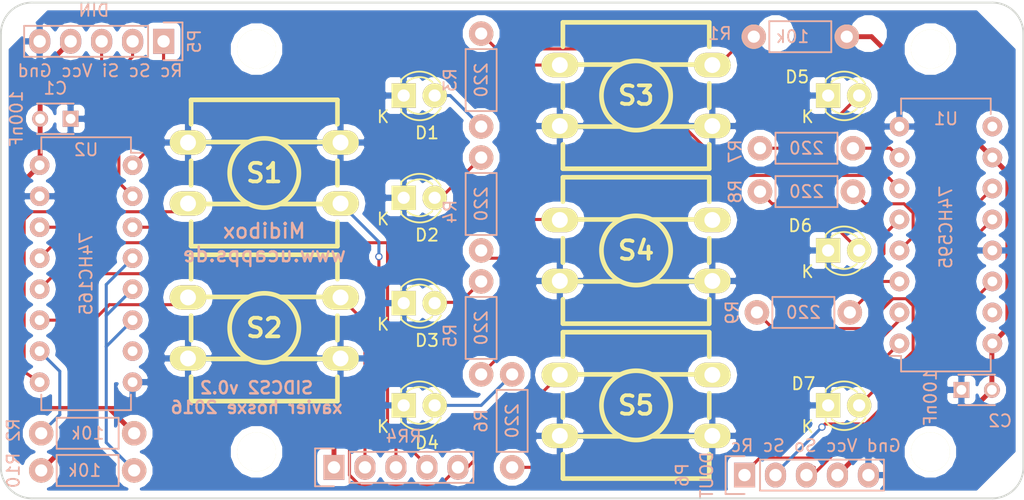
<source format=kicad_pcb>
(kicad_pcb (version 4) (host pcbnew 4.0.2-4+6225~38~ubuntu14.04.1-stable)

  (general
    (links 73)
    (no_connects 6)
    (area 63.424999 91.364999 147.395001 132.155001)
    (thickness 1.6)
    (drawings 12)
    (tracks 180)
    (zones 0)
    (modules 33)
    (nets 30)
  )

  (page A4)
  (layers
    (0 F.Cu signal)
    (31 B.Cu signal)
    (32 B.Adhes user)
    (33 F.Adhes user)
    (34 B.Paste user)
    (35 F.Paste user)
    (36 B.SilkS user)
    (37 F.SilkS user)
    (38 B.Mask user)
    (39 F.Mask user)
    (40 Dwgs.User user)
    (41 Cmts.User user)
    (42 Eco1.User user)
    (43 Eco2.User user)
    (44 Edge.Cuts user)
    (45 Margin user)
    (46 B.CrtYd user)
    (47 F.CrtYd user)
    (48 B.Fab user)
    (49 F.Fab user)
  )

  (setup
    (last_trace_width 0.25)
    (trace_clearance 0.2)
    (zone_clearance 0.508)
    (zone_45_only no)
    (trace_min 0.2)
    (segment_width 0.2)
    (edge_width 0.15)
    (via_size 0.6)
    (via_drill 0.4)
    (via_min_size 0.4)
    (via_min_drill 0.3)
    (uvia_size 0.3)
    (uvia_drill 0.1)
    (uvias_allowed no)
    (uvia_min_size 0.2)
    (uvia_min_drill 0.1)
    (pcb_text_width 0.3)
    (pcb_text_size 1.5 1.5)
    (mod_edge_width 0.15)
    (mod_text_size 1 1)
    (mod_text_width 0.15)
    (pad_size 1.524 1.524)
    (pad_drill 0.762)
    (pad_to_mask_clearance 0.2)
    (aux_axis_origin 0 0)
    (visible_elements FFFFFF7F)
    (pcbplotparams
      (layerselection 0x010f0_80000001)
      (usegerberextensions false)
      (excludeedgelayer false)
      (linewidth 0.100000)
      (plotframeref false)
      (viasonmask false)
      (mode 1)
      (useauxorigin false)
      (hpglpennumber 1)
      (hpglpenspeed 20)
      (hpglpendiameter 15)
      (hpglpenoverlay 2)
      (psnegative false)
      (psa4output false)
      (plotreference true)
      (plotvalue true)
      (plotinvisibletext false)
      (padsonsilk false)
      (subtractmaskfromsilk false)
      (outputformat 1)
      (mirror false)
      (drillshape 0)
      (scaleselection 1)
      (outputdirectory gerber/))
  )

  (net 0 "")
  (net 1 GND)
  (net 2 VCC)
  (net 3 /LED1)
  (net 4 /LED2)
  (net 5 /LED3)
  (net 6 /LED4)
  (net 7 /LED5)
  (net 8 /LED6)
  (net 9 /LED7)
  (net 10 /SI)
  (net 11 /RC)
  (net 12 /SC)
  (net 13 /BTN5)
  (net 14 "Net-(R2-Pad2)")
  (net 15 "Net-(R3-Pad2)")
  (net 16 "Net-(R4-Pad2)")
  (net 17 "Net-(R5-Pad2)")
  (net 18 "Net-(R6-Pad2)")
  (net 19 "Net-(R7-Pad2)")
  (net 20 "Net-(R8-Pad2)")
  (net 21 "Net-(R9-Pad2)")
  (net 22 /BTN1)
  (net 23 /BTN2)
  (net 24 /BTN3)
  (net 25 /BTN4)
  (net 26 /SO)
  (net 27 /SC2)
  (net 28 /RC2)
  (net 29 "Net-(R10-Pad2)")

  (net_class Default "This is the default net class."
    (clearance 0.2)
    (trace_width 0.25)
    (via_dia 0.6)
    (via_drill 0.4)
    (uvia_dia 0.3)
    (uvia_drill 0.1)
    (add_net /BTN1)
    (add_net /BTN2)
    (add_net /BTN3)
    (add_net /BTN4)
    (add_net /BTN5)
    (add_net /LED1)
    (add_net /LED2)
    (add_net /LED3)
    (add_net /LED4)
    (add_net /LED5)
    (add_net /LED6)
    (add_net /LED7)
    (add_net /RC)
    (add_net /RC2)
    (add_net /SC)
    (add_net /SC2)
    (add_net /SI)
    (add_net /SO)
    (add_net "Net-(R10-Pad2)")
    (add_net "Net-(R2-Pad2)")
    (add_net "Net-(R3-Pad2)")
    (add_net "Net-(R4-Pad2)")
    (add_net "Net-(R5-Pad2)")
    (add_net "Net-(R6-Pad2)")
    (add_net "Net-(R7-Pad2)")
    (add_net "Net-(R8-Pad2)")
    (add_net "Net-(R9-Pad2)")
  )

  (net_class power ""
    (clearance 0.2)
    (trace_width 0.4)
    (via_dia 0.6)
    (via_drill 0.4)
    (uvia_dia 0.3)
    (uvia_drill 0.1)
    (add_net GND)
    (add_net VCC)
  )

  (module pfm2_lib:FMButton2 (layer F.Cu) (tedit 56E568CC) (tstamp 56EE6CB7)
    (at 85.09 105.41 180)
    (path /56EDF30F)
    (fp_text reference S1 (at 0 0 180) (layer F.SilkS)
      (effects (font (thickness 0.3048)))
    )
    (fp_text value BTN (at -1.27 4.445 180) (layer F.SilkS) hide
      (effects (font (thickness 0.3048)))
    )
    (fp_line (start -5.99948 1.00076) (end -5.99948 -1.00076) (layer F.SilkS) (width 0.381))
    (fp_line (start 5.99948 4.0005) (end 5.99948 5.99948) (layer F.SilkS) (width 0.381))
    (fp_line (start 5.99948 5.99948) (end -5.99948 5.99948) (layer F.SilkS) (width 0.381))
    (fp_line (start -5.99948 5.99948) (end -5.99948 4.0005) (layer F.SilkS) (width 0.381))
    (fp_line (start 5.99948 -1.00076) (end 5.99948 1.00076) (layer F.SilkS) (width 0.381))
    (fp_line (start -5.99948 -4.0005) (end -5.99948 -5.99948) (layer F.SilkS) (width 0.381))
    (fp_line (start -5.99948 -5.99948) (end 5.99948 -5.99948) (layer F.SilkS) (width 0.381))
    (fp_line (start 5.99948 -5.99948) (end 5.99948 -4.0005) (layer F.SilkS) (width 0.381))
    (fp_line (start -1.27 2.54) (end -5.08 2.54) (layer F.SilkS) (width 0.381))
    (fp_line (start 5.08 2.54) (end 1.27 2.54) (layer F.SilkS) (width 0.381))
    (fp_line (start 1.27 -2.54) (end 5.08 -2.54) (layer F.SilkS) (width 0.381))
    (fp_line (start -5.08 -2.54) (end -1.27 -2.54) (layer F.SilkS) (width 0.381))
    (fp_circle (center 0 0) (end 2.54 -1.27) (layer F.SilkS) (width 0.381))
    (pad 1 thru_hole oval (at -6.25094 -2.49936 180) (size 2.99974 1.99898) (drill 1.30048) (layers *.Cu *.Mask F.SilkS)
      (net 22 /BTN1))
    (pad 1 thru_hole oval (at 6.25094 -2.49936 180) (size 2.99974 1.99898) (drill 1.30048) (layers *.Cu *.Mask F.SilkS)
      (net 22 /BTN1))
    (pad 2 thru_hole oval (at 6.25094 2.49936 180) (size 2.99974 1.99898) (drill 1.30048) (layers *.Cu *.Mask F.SilkS)
      (net 1 GND))
    (pad 2 thru_hole oval (at -6.25094 2.49936 180) (size 2.99974 1.99898) (drill 1.30048) (layers *.Cu *.Mask F.SilkS)
      (net 1 GND))
  )

  (module Housings_DIP:DIP-16_W7.62mm (layer B.Cu) (tedit 56EE7B25) (tstamp 56EE62B4)
    (at 137.16 119.38)
    (descr "16-lead dip package, row spacing 7.62 mm (300 mils)")
    (tags "dil dip 2.54 300")
    (path /56EE6604)
    (fp_text reference U1 (at 3.81 -18.415) (layer B.SilkS)
      (effects (font (size 1 1) (thickness 0.15)) (justify mirror))
    )
    (fp_text value 74HC595 (at 3.81 -9.525 90) (layer B.SilkS)
      (effects (font (size 1 1) (thickness 0.15)) (justify mirror))
    )
    (fp_line (start -1.05 2.45) (end -1.05 -20.25) (layer B.CrtYd) (width 0.05))
    (fp_line (start 8.65 2.45) (end 8.65 -20.25) (layer B.CrtYd) (width 0.05))
    (fp_line (start -1.05 2.45) (end 8.65 2.45) (layer B.CrtYd) (width 0.05))
    (fp_line (start -1.05 -20.25) (end 8.65 -20.25) (layer B.CrtYd) (width 0.05))
    (fp_line (start 0.135 2.295) (end 0.135 1.025) (layer B.SilkS) (width 0.15))
    (fp_line (start 7.485 2.295) (end 7.485 1.025) (layer B.SilkS) (width 0.15))
    (fp_line (start 7.485 -20.075) (end 7.485 -18.805) (layer B.SilkS) (width 0.15))
    (fp_line (start 0.135 -20.075) (end 0.135 -18.805) (layer B.SilkS) (width 0.15))
    (fp_line (start 0.135 2.295) (end 7.485 2.295) (layer B.SilkS) (width 0.15))
    (fp_line (start 0.135 -20.075) (end 7.485 -20.075) (layer B.SilkS) (width 0.15))
    (fp_line (start 0.135 1.025) (end -0.8 1.025) (layer B.SilkS) (width 0.15))
    (pad 1 thru_hole oval (at 0 0) (size 1.6 1.6) (drill 0.8) (layers *.Cu *.Mask B.SilkS)
      (net 18 "Net-(R6-Pad2)"))
    (pad 2 thru_hole oval (at 0 -2.54) (size 1.6 1.6) (drill 0.8) (layers *.Cu *.Mask B.SilkS)
      (net 17 "Net-(R5-Pad2)"))
    (pad 3 thru_hole oval (at 0 -5.08) (size 1.6 1.6) (drill 0.8) (layers *.Cu *.Mask B.SilkS)
      (net 21 "Net-(R9-Pad2)"))
    (pad 4 thru_hole oval (at 0 -7.62) (size 1.6 1.6) (drill 0.8) (layers *.Cu *.Mask B.SilkS)
      (net 20 "Net-(R8-Pad2)"))
    (pad 5 thru_hole oval (at 0 -10.16) (size 1.6 1.6) (drill 0.8) (layers *.Cu *.Mask B.SilkS)
      (net 16 "Net-(R4-Pad2)"))
    (pad 6 thru_hole oval (at 0 -12.7) (size 1.6 1.6) (drill 0.8) (layers *.Cu *.Mask B.SilkS)
      (net 15 "Net-(R3-Pad2)"))
    (pad 7 thru_hole oval (at 0 -15.24) (size 1.6 1.6) (drill 0.8) (layers *.Cu *.Mask B.SilkS)
      (net 19 "Net-(R7-Pad2)"))
    (pad 8 thru_hole oval (at 0 -17.78) (size 1.6 1.6) (drill 0.8) (layers *.Cu *.Mask B.SilkS)
      (net 1 GND))
    (pad 9 thru_hole oval (at 7.62 -17.78) (size 1.6 1.6) (drill 0.8) (layers *.Cu *.Mask B.SilkS))
    (pad 10 thru_hole oval (at 7.62 -15.24) (size 1.6 1.6) (drill 0.8) (layers *.Cu *.Mask B.SilkS)
      (net 2 VCC))
    (pad 11 thru_hole oval (at 7.62 -12.7) (size 1.6 1.6) (drill 0.8) (layers *.Cu *.Mask B.SilkS)
      (net 27 /SC2))
    (pad 12 thru_hole oval (at 7.62 -10.16) (size 1.6 1.6) (drill 0.8) (layers *.Cu *.Mask B.SilkS)
      (net 28 /RC2))
    (pad 13 thru_hole oval (at 7.62 -7.62) (size 1.6 1.6) (drill 0.8) (layers *.Cu *.Mask B.SilkS)
      (net 1 GND))
    (pad 14 thru_hole oval (at 7.62 -5.08) (size 1.6 1.6) (drill 0.8) (layers *.Cu *.Mask B.SilkS)
      (net 26 /SO))
    (pad 15 thru_hole oval (at 7.62 -2.54) (size 1.6 1.6) (drill 0.8) (layers *.Cu *.Mask B.SilkS))
    (pad 16 thru_hole oval (at 7.62 0) (size 1.6 1.6) (drill 0.8) (layers *.Cu *.Mask B.SilkS)
      (net 2 VCC))
    (model Housings_DIP.3dshapes/DIP-16_W7.62mm.wrl
      (at (xyz 0 0 0))
      (scale (xyz 1 1 1))
      (rotate (xyz 0 0 0))
    )
  )

  (module Housings_DIP:DIP-16_W7.62mm (layer B.Cu) (tedit 56EE7B2E) (tstamp 56EE62C8)
    (at 74.295 104.775 180)
    (descr "16-lead dip package, row spacing 7.62 mm (300 mils)")
    (tags "dil dip 2.54 300")
    (path /56EE667B)
    (fp_text reference U2 (at 3.81 1.27 180) (layer B.SilkS)
      (effects (font (size 1 1) (thickness 0.15)) (justify mirror))
    )
    (fp_text value 74HC165 (at 3.81 -8.89 270) (layer B.SilkS)
      (effects (font (size 1 1) (thickness 0.15)) (justify mirror))
    )
    (fp_line (start -1.05 2.45) (end -1.05 -20.25) (layer B.CrtYd) (width 0.05))
    (fp_line (start 8.65 2.45) (end 8.65 -20.25) (layer B.CrtYd) (width 0.05))
    (fp_line (start -1.05 2.45) (end 8.65 2.45) (layer B.CrtYd) (width 0.05))
    (fp_line (start -1.05 -20.25) (end 8.65 -20.25) (layer B.CrtYd) (width 0.05))
    (fp_line (start 0.135 2.295) (end 0.135 1.025) (layer B.SilkS) (width 0.15))
    (fp_line (start 7.485 2.295) (end 7.485 1.025) (layer B.SilkS) (width 0.15))
    (fp_line (start 7.485 -20.075) (end 7.485 -18.805) (layer B.SilkS) (width 0.15))
    (fp_line (start 0.135 -20.075) (end 0.135 -18.805) (layer B.SilkS) (width 0.15))
    (fp_line (start 0.135 2.295) (end 7.485 2.295) (layer B.SilkS) (width 0.15))
    (fp_line (start 0.135 -20.075) (end 7.485 -20.075) (layer B.SilkS) (width 0.15))
    (fp_line (start 0.135 1.025) (end -0.8 1.025) (layer B.SilkS) (width 0.15))
    (pad 1 thru_hole oval (at 0 0 180) (size 1.6 1.6) (drill 0.8) (layers *.Cu *.Mask B.SilkS)
      (net 11 /RC))
    (pad 2 thru_hole oval (at 0 -2.54 180) (size 1.6 1.6) (drill 0.8) (layers *.Cu *.Mask B.SilkS)
      (net 12 /SC))
    (pad 3 thru_hole oval (at 0 -5.08 180) (size 1.6 1.6) (drill 0.8) (layers *.Cu *.Mask B.SilkS)
      (net 24 /BTN3))
    (pad 4 thru_hole oval (at 0 -7.62 180) (size 1.6 1.6) (drill 0.8) (layers *.Cu *.Mask B.SilkS)
      (net 29 "Net-(R10-Pad2)"))
    (pad 5 thru_hole oval (at 0 -10.16 180) (size 1.6 1.6) (drill 0.8) (layers *.Cu *.Mask B.SilkS)
      (net 29 "Net-(R10-Pad2)"))
    (pad 6 thru_hole oval (at 0 -12.7 180) (size 1.6 1.6) (drill 0.8) (layers *.Cu *.Mask B.SilkS)
      (net 29 "Net-(R10-Pad2)"))
    (pad 7 thru_hole oval (at 0 -15.24 180) (size 1.6 1.6) (drill 0.8) (layers *.Cu *.Mask B.SilkS))
    (pad 8 thru_hole oval (at 0 -17.78 180) (size 1.6 1.6) (drill 0.8) (layers *.Cu *.Mask B.SilkS)
      (net 1 GND))
    (pad 9 thru_hole oval (at 7.62 -17.78 180) (size 1.6 1.6) (drill 0.8) (layers *.Cu *.Mask B.SilkS)
      (net 10 /SI))
    (pad 10 thru_hole oval (at 7.62 -15.24 180) (size 1.6 1.6) (drill 0.8) (layers *.Cu *.Mask B.SilkS)
      (net 14 "Net-(R2-Pad2)"))
    (pad 11 thru_hole oval (at 7.62 -12.7 180) (size 1.6 1.6) (drill 0.8) (layers *.Cu *.Mask B.SilkS)
      (net 23 /BTN2))
    (pad 12 thru_hole oval (at 7.62 -10.16 180) (size 1.6 1.6) (drill 0.8) (layers *.Cu *.Mask B.SilkS)
      (net 13 /BTN5))
    (pad 13 thru_hole oval (at 7.62 -7.62 180) (size 1.6 1.6) (drill 0.8) (layers *.Cu *.Mask B.SilkS)
      (net 25 /BTN4))
    (pad 14 thru_hole oval (at 7.62 -5.08 180) (size 1.6 1.6) (drill 0.8) (layers *.Cu *.Mask B.SilkS)
      (net 22 /BTN1))
    (pad 15 thru_hole oval (at 7.62 -2.54 180) (size 1.6 1.6) (drill 0.8) (layers *.Cu *.Mask B.SilkS)
      (net 1 GND))
    (pad 16 thru_hole oval (at 7.62 0 180) (size 1.6 1.6) (drill 0.8) (layers *.Cu *.Mask B.SilkS)
      (net 2 VCC))
    (model Housings_DIP.3dshapes/DIP-16_W7.62mm.wrl
      (at (xyz 0 0 0))
      (scale (xyz 1 1 1))
      (rotate (xyz 0 0 0))
    )
  )

  (module Capacitors_ThroughHole:C_Disc_D3_P2.5 (layer B.Cu) (tedit 56EE7ABC) (tstamp 56EE6640)
    (at 69.215 100.965 180)
    (descr "Capacitor 3mm Disc, Pitch 2.5mm")
    (tags Capacitor)
    (path /56EE927D)
    (fp_text reference C1 (at 1.25 2.5 180) (layer B.SilkS)
      (effects (font (size 1 1) (thickness 0.15)) (justify mirror))
    )
    (fp_text value 100nF (at 4.445 0 270) (layer B.SilkS)
      (effects (font (size 1 1) (thickness 0.15)) (justify mirror))
    )
    (fp_line (start -0.9 1.5) (end 3.4 1.5) (layer B.CrtYd) (width 0.05))
    (fp_line (start 3.4 1.5) (end 3.4 -1.5) (layer B.CrtYd) (width 0.05))
    (fp_line (start 3.4 -1.5) (end -0.9 -1.5) (layer B.CrtYd) (width 0.05))
    (fp_line (start -0.9 -1.5) (end -0.9 1.5) (layer B.CrtYd) (width 0.05))
    (fp_line (start -0.25 1.25) (end 2.75 1.25) (layer B.SilkS) (width 0.15))
    (fp_line (start 2.75 -1.25) (end -0.25 -1.25) (layer B.SilkS) (width 0.15))
    (pad 1 thru_hole rect (at 0 0 180) (size 1.3 1.3) (drill 0.8) (layers *.Cu *.Mask B.SilkS)
      (net 1 GND))
    (pad 2 thru_hole circle (at 2.5 0 180) (size 1.3 1.3) (drill 0.8001) (layers *.Cu *.Mask B.SilkS)
      (net 2 VCC))
    (model Capacitors_ThroughHole.3dshapes/C_Disc_D3_P2.5.wrl
      (at (xyz 0.0492126 0 0))
      (scale (xyz 1 1 1))
      (rotate (xyz 0 0 0))
    )
  )

  (module Capacitors_ThroughHole:C_Disc_D3_P2.5 (layer B.Cu) (tedit 56EE7B0C) (tstamp 56EE6646)
    (at 142.24 123.19)
    (descr "Capacitor 3mm Disc, Pitch 2.5mm")
    (tags Capacitor)
    (path /56EE944C)
    (fp_text reference C2 (at 3.175 2.54) (layer B.SilkS)
      (effects (font (size 1 1) (thickness 0.15)) (justify mirror))
    )
    (fp_text value 100nF (at -2.54 0.635 90) (layer B.SilkS)
      (effects (font (size 1 1) (thickness 0.15)) (justify mirror))
    )
    (fp_line (start -0.9 1.5) (end 3.4 1.5) (layer B.CrtYd) (width 0.05))
    (fp_line (start 3.4 1.5) (end 3.4 -1.5) (layer B.CrtYd) (width 0.05))
    (fp_line (start 3.4 -1.5) (end -0.9 -1.5) (layer B.CrtYd) (width 0.05))
    (fp_line (start -0.9 -1.5) (end -0.9 1.5) (layer B.CrtYd) (width 0.05))
    (fp_line (start -0.25 1.25) (end 2.75 1.25) (layer B.SilkS) (width 0.15))
    (fp_line (start 2.75 -1.25) (end -0.25 -1.25) (layer B.SilkS) (width 0.15))
    (pad 1 thru_hole rect (at 0 0) (size 1.3 1.3) (drill 0.8) (layers *.Cu *.Mask B.SilkS)
      (net 1 GND))
    (pad 2 thru_hole circle (at 2.5 0) (size 1.3 1.3) (drill 0.8001) (layers *.Cu *.Mask B.SilkS)
      (net 2 VCC))
    (model Capacitors_ThroughHole.3dshapes/C_Disc_D3_P2.5.wrl
      (at (xyz 0.0492126 0 0))
      (scale (xyz 1 1 1))
      (rotate (xyz 0 0 0))
    )
  )

  (module Resistors_ThroughHole:Resistor_Horizontal_RM7mm (layer B.Cu) (tedit 57082815) (tstamp 56EE664C)
    (at 132.842 94.234 180)
    (descr "Resistor, Axial,  RM 7.62mm, 1/3W,")
    (tags "Resistor Axial RM 7.62mm 1/3W R3")
    (path /56EE6EC6)
    (fp_text reference R1 (at 10.414 0.254 180) (layer B.SilkS)
      (effects (font (size 1 1) (thickness 0.15)) (justify mirror))
    )
    (fp_text value 10k (at 4.445 0 180) (layer B.SilkS)
      (effects (font (size 1 1) (thickness 0.15)) (justify mirror))
    )
    (fp_line (start -1.25 1.5) (end 8.85 1.5) (layer B.CrtYd) (width 0.05))
    (fp_line (start -1.25 -1.5) (end -1.25 1.5) (layer B.CrtYd) (width 0.05))
    (fp_line (start 8.85 1.5) (end 8.85 -1.5) (layer B.CrtYd) (width 0.05))
    (fp_line (start -1.25 -1.5) (end 8.85 -1.5) (layer B.CrtYd) (width 0.05))
    (fp_line (start 1.27 1.27) (end 6.35 1.27) (layer B.SilkS) (width 0.15))
    (fp_line (start 6.35 1.27) (end 6.35 -1.27) (layer B.SilkS) (width 0.15))
    (fp_line (start 6.35 -1.27) (end 1.27 -1.27) (layer B.SilkS) (width 0.15))
    (fp_line (start 1.27 -1.27) (end 1.27 1.27) (layer B.SilkS) (width 0.15))
    (pad 1 thru_hole circle (at 0 0 180) (size 1.99898 1.99898) (drill 1.00076) (layers *.Cu *.SilkS *.Mask)
      (net 2 VCC))
    (pad 2 thru_hole circle (at 7.62 0 180) (size 1.99898 1.99898) (drill 1.00076) (layers *.Cu *.SilkS *.Mask)
      (net 24 /BTN3))
  )

  (module Resistors_ThroughHole:Resistor_Horizontal_RM7mm (layer B.Cu) (tedit 57082810) (tstamp 56EE6652)
    (at 74.422 126.746 180)
    (descr "Resistor, Axial,  RM 7.62mm, 1/3W,")
    (tags "Resistor Axial RM 7.62mm 1/3W R3")
    (path /56EE97B5)
    (fp_text reference R2 (at 9.906 0.254 270) (layer B.SilkS)
      (effects (font (size 1 1) (thickness 0.15)) (justify mirror))
    )
    (fp_text value 10k (at 3.81 0 180) (layer B.SilkS)
      (effects (font (size 1 1) (thickness 0.15)) (justify mirror))
    )
    (fp_line (start -1.25 1.5) (end 8.85 1.5) (layer B.CrtYd) (width 0.05))
    (fp_line (start -1.25 -1.5) (end -1.25 1.5) (layer B.CrtYd) (width 0.05))
    (fp_line (start 8.85 1.5) (end 8.85 -1.5) (layer B.CrtYd) (width 0.05))
    (fp_line (start -1.25 -1.5) (end 8.85 -1.5) (layer B.CrtYd) (width 0.05))
    (fp_line (start 1.27 1.27) (end 6.35 1.27) (layer B.SilkS) (width 0.15))
    (fp_line (start 6.35 1.27) (end 6.35 -1.27) (layer B.SilkS) (width 0.15))
    (fp_line (start 6.35 -1.27) (end 1.27 -1.27) (layer B.SilkS) (width 0.15))
    (fp_line (start 1.27 -1.27) (end 1.27 1.27) (layer B.SilkS) (width 0.15))
    (pad 1 thru_hole circle (at 0 0 180) (size 1.99898 1.99898) (drill 1.00076) (layers *.Cu *.SilkS *.Mask)
      (net 2 VCC))
    (pad 2 thru_hole circle (at 7.62 0 180) (size 1.99898 1.99898) (drill 1.00076) (layers *.Cu *.SilkS *.Mask)
      (net 14 "Net-(R2-Pad2)"))
  )

  (module Resistors_ThroughHole:Resistor_Horizontal_RM7mm (layer B.Cu) (tedit 56EE7ADB) (tstamp 56EE6658)
    (at 102.87 101.6 90)
    (descr "Resistor, Axial,  RM 7.62mm, 1/3W,")
    (tags "Resistor Axial RM 7.62mm 1/3W R3")
    (path /56EE7003)
    (fp_text reference R3 (at 3.81 -2.54 90) (layer B.SilkS)
      (effects (font (size 1 1) (thickness 0.15)) (justify mirror))
    )
    (fp_text value 220 (at 3.81 0 90) (layer B.SilkS)
      (effects (font (size 1 1) (thickness 0.15)) (justify mirror))
    )
    (fp_line (start -1.25 1.5) (end 8.85 1.5) (layer B.CrtYd) (width 0.05))
    (fp_line (start -1.25 -1.5) (end -1.25 1.5) (layer B.CrtYd) (width 0.05))
    (fp_line (start 8.85 1.5) (end 8.85 -1.5) (layer B.CrtYd) (width 0.05))
    (fp_line (start -1.25 -1.5) (end 8.85 -1.5) (layer B.CrtYd) (width 0.05))
    (fp_line (start 1.27 1.27) (end 6.35 1.27) (layer B.SilkS) (width 0.15))
    (fp_line (start 6.35 1.27) (end 6.35 -1.27) (layer B.SilkS) (width 0.15))
    (fp_line (start 6.35 -1.27) (end 1.27 -1.27) (layer B.SilkS) (width 0.15))
    (fp_line (start 1.27 -1.27) (end 1.27 1.27) (layer B.SilkS) (width 0.15))
    (pad 1 thru_hole circle (at 0 0 90) (size 1.99898 1.99898) (drill 1.00076) (layers *.Cu *.SilkS *.Mask)
      (net 3 /LED1))
    (pad 2 thru_hole circle (at 7.62 0 90) (size 1.99898 1.99898) (drill 1.00076) (layers *.Cu *.SilkS *.Mask)
      (net 15 "Net-(R3-Pad2)"))
  )

  (module Resistors_ThroughHole:Resistor_Horizontal_RM7mm (layer B.Cu) (tedit 56EE7AD6) (tstamp 56EE665E)
    (at 102.87 104.14 270)
    (descr "Resistor, Axial,  RM 7.62mm, 1/3W,")
    (tags "Resistor Axial RM 7.62mm 1/3W R3")
    (path /56EE71B0)
    (fp_text reference R4 (at 4.445 2.54 270) (layer B.SilkS)
      (effects (font (size 1 1) (thickness 0.15)) (justify mirror))
    )
    (fp_text value 220 (at 3.81 0 270) (layer B.SilkS)
      (effects (font (size 1 1) (thickness 0.15)) (justify mirror))
    )
    (fp_line (start -1.25 1.5) (end 8.85 1.5) (layer B.CrtYd) (width 0.05))
    (fp_line (start -1.25 -1.5) (end -1.25 1.5) (layer B.CrtYd) (width 0.05))
    (fp_line (start 8.85 1.5) (end 8.85 -1.5) (layer B.CrtYd) (width 0.05))
    (fp_line (start -1.25 -1.5) (end 8.85 -1.5) (layer B.CrtYd) (width 0.05))
    (fp_line (start 1.27 1.27) (end 6.35 1.27) (layer B.SilkS) (width 0.15))
    (fp_line (start 6.35 1.27) (end 6.35 -1.27) (layer B.SilkS) (width 0.15))
    (fp_line (start 6.35 -1.27) (end 1.27 -1.27) (layer B.SilkS) (width 0.15))
    (fp_line (start 1.27 -1.27) (end 1.27 1.27) (layer B.SilkS) (width 0.15))
    (pad 1 thru_hole circle (at 0 0 270) (size 1.99898 1.99898) (drill 1.00076) (layers *.Cu *.SilkS *.Mask)
      (net 4 /LED2))
    (pad 2 thru_hole circle (at 7.62 0 270) (size 1.99898 1.99898) (drill 1.00076) (layers *.Cu *.SilkS *.Mask)
      (net 16 "Net-(R4-Pad2)"))
  )

  (module Resistors_ThroughHole:Resistor_Horizontal_RM7mm (layer B.Cu) (tedit 56EE7AD1) (tstamp 56EE6664)
    (at 102.87 114.3 270)
    (descr "Resistor, Axial,  RM 7.62mm, 1/3W,")
    (tags "Resistor Axial RM 7.62mm 1/3W R3")
    (path /56EE7284)
    (fp_text reference R5 (at 4.445 2.54 270) (layer B.SilkS)
      (effects (font (size 1 1) (thickness 0.15)) (justify mirror))
    )
    (fp_text value 220 (at 3.81 0 270) (layer B.SilkS)
      (effects (font (size 1 1) (thickness 0.15)) (justify mirror))
    )
    (fp_line (start -1.25 1.5) (end 8.85 1.5) (layer B.CrtYd) (width 0.05))
    (fp_line (start -1.25 -1.5) (end -1.25 1.5) (layer B.CrtYd) (width 0.05))
    (fp_line (start 8.85 1.5) (end 8.85 -1.5) (layer B.CrtYd) (width 0.05))
    (fp_line (start -1.25 -1.5) (end 8.85 -1.5) (layer B.CrtYd) (width 0.05))
    (fp_line (start 1.27 1.27) (end 6.35 1.27) (layer B.SilkS) (width 0.15))
    (fp_line (start 6.35 1.27) (end 6.35 -1.27) (layer B.SilkS) (width 0.15))
    (fp_line (start 6.35 -1.27) (end 1.27 -1.27) (layer B.SilkS) (width 0.15))
    (fp_line (start 1.27 -1.27) (end 1.27 1.27) (layer B.SilkS) (width 0.15))
    (pad 1 thru_hole circle (at 0 0 270) (size 1.99898 1.99898) (drill 1.00076) (layers *.Cu *.SilkS *.Mask)
      (net 5 /LED3))
    (pad 2 thru_hole circle (at 7.62 0 270) (size 1.99898 1.99898) (drill 1.00076) (layers *.Cu *.SilkS *.Mask)
      (net 17 "Net-(R5-Pad2)"))
  )

  (module Resistors_ThroughHole:Resistor_Horizontal_RM7mm (layer B.Cu) (tedit 56EE7ACD) (tstamp 56EE666A)
    (at 105.41 121.92 270)
    (descr "Resistor, Axial,  RM 7.62mm, 1/3W,")
    (tags "Resistor Axial RM 7.62mm 1/3W R3")
    (path /56EE72F8)
    (fp_text reference R6 (at 3.81 2.54 270) (layer B.SilkS)
      (effects (font (size 1 1) (thickness 0.15)) (justify mirror))
    )
    (fp_text value 220 (at 3.81 0 270) (layer B.SilkS)
      (effects (font (size 1 1) (thickness 0.15)) (justify mirror))
    )
    (fp_line (start -1.25 1.5) (end 8.85 1.5) (layer B.CrtYd) (width 0.05))
    (fp_line (start -1.25 -1.5) (end -1.25 1.5) (layer B.CrtYd) (width 0.05))
    (fp_line (start 8.85 1.5) (end 8.85 -1.5) (layer B.CrtYd) (width 0.05))
    (fp_line (start -1.25 -1.5) (end 8.85 -1.5) (layer B.CrtYd) (width 0.05))
    (fp_line (start 1.27 1.27) (end 6.35 1.27) (layer B.SilkS) (width 0.15))
    (fp_line (start 6.35 1.27) (end 6.35 -1.27) (layer B.SilkS) (width 0.15))
    (fp_line (start 6.35 -1.27) (end 1.27 -1.27) (layer B.SilkS) (width 0.15))
    (fp_line (start 1.27 -1.27) (end 1.27 1.27) (layer B.SilkS) (width 0.15))
    (pad 1 thru_hole circle (at 0 0 270) (size 1.99898 1.99898) (drill 1.00076) (layers *.Cu *.SilkS *.Mask)
      (net 6 /LED4))
    (pad 2 thru_hole circle (at 7.62 0 270) (size 1.99898 1.99898) (drill 1.00076) (layers *.Cu *.SilkS *.Mask)
      (net 18 "Net-(R6-Pad2)"))
  )

  (module Resistors_ThroughHole:Resistor_Horizontal_RM7mm (layer B.Cu) (tedit 570826D3) (tstamp 56EE6670)
    (at 125.73 103.378)
    (descr "Resistor, Axial,  RM 7.62mm, 1/3W,")
    (tags "Resistor Axial RM 7.62mm 1/3W R3")
    (path /56EE7370)
    (fp_text reference R7 (at -2.032 0.254 90) (layer B.SilkS)
      (effects (font (size 1 1) (thickness 0.15)) (justify mirror))
    )
    (fp_text value 220 (at 3.81 0) (layer B.SilkS)
      (effects (font (size 1 1) (thickness 0.15)) (justify mirror))
    )
    (fp_line (start -1.25 1.5) (end 8.85 1.5) (layer B.CrtYd) (width 0.05))
    (fp_line (start -1.25 -1.5) (end -1.25 1.5) (layer B.CrtYd) (width 0.05))
    (fp_line (start 8.85 1.5) (end 8.85 -1.5) (layer B.CrtYd) (width 0.05))
    (fp_line (start -1.25 -1.5) (end 8.85 -1.5) (layer B.CrtYd) (width 0.05))
    (fp_line (start 1.27 1.27) (end 6.35 1.27) (layer B.SilkS) (width 0.15))
    (fp_line (start 6.35 1.27) (end 6.35 -1.27) (layer B.SilkS) (width 0.15))
    (fp_line (start 6.35 -1.27) (end 1.27 -1.27) (layer B.SilkS) (width 0.15))
    (fp_line (start 1.27 -1.27) (end 1.27 1.27) (layer B.SilkS) (width 0.15))
    (pad 1 thru_hole circle (at 0 0) (size 1.99898 1.99898) (drill 1.00076) (layers *.Cu *.SilkS *.Mask)
      (net 7 /LED5))
    (pad 2 thru_hole circle (at 7.62 0) (size 1.99898 1.99898) (drill 1.00076) (layers *.Cu *.SilkS *.Mask)
      (net 19 "Net-(R7-Pad2)"))
  )

  (module Resistors_ThroughHole:Resistor_Horizontal_RM7mm (layer B.Cu) (tedit 570826D7) (tstamp 56EE6676)
    (at 125.73 106.934)
    (descr "Resistor, Axial,  RM 7.62mm, 1/3W,")
    (tags "Resistor Axial RM 7.62mm 1/3W R3")
    (path /56EE73EC)
    (fp_text reference R8 (at -2.032 0 90) (layer B.SilkS)
      (effects (font (size 1 1) (thickness 0.15)) (justify mirror))
    )
    (fp_text value 220 (at 3.81 0) (layer B.SilkS)
      (effects (font (size 1 1) (thickness 0.15)) (justify mirror))
    )
    (fp_line (start -1.25 1.5) (end 8.85 1.5) (layer B.CrtYd) (width 0.05))
    (fp_line (start -1.25 -1.5) (end -1.25 1.5) (layer B.CrtYd) (width 0.05))
    (fp_line (start 8.85 1.5) (end 8.85 -1.5) (layer B.CrtYd) (width 0.05))
    (fp_line (start -1.25 -1.5) (end 8.85 -1.5) (layer B.CrtYd) (width 0.05))
    (fp_line (start 1.27 1.27) (end 6.35 1.27) (layer B.SilkS) (width 0.15))
    (fp_line (start 6.35 1.27) (end 6.35 -1.27) (layer B.SilkS) (width 0.15))
    (fp_line (start 6.35 -1.27) (end 1.27 -1.27) (layer B.SilkS) (width 0.15))
    (fp_line (start 1.27 -1.27) (end 1.27 1.27) (layer B.SilkS) (width 0.15))
    (pad 1 thru_hole circle (at 0 0) (size 1.99898 1.99898) (drill 1.00076) (layers *.Cu *.SilkS *.Mask)
      (net 8 /LED6))
    (pad 2 thru_hole circle (at 7.62 0) (size 1.99898 1.99898) (drill 1.00076) (layers *.Cu *.SilkS *.Mask)
      (net 20 "Net-(R8-Pad2)"))
  )

  (module Resistors_ThroughHole:Resistor_Horizontal_RM7mm (layer B.Cu) (tedit 570826DA) (tstamp 56EE667C)
    (at 125.476 116.84)
    (descr "Resistor, Axial,  RM 7.62mm, 1/3W,")
    (tags "Resistor Axial RM 7.62mm 1/3W R3")
    (path /56EE746C)
    (fp_text reference R9 (at -2.032 0 90) (layer B.SilkS)
      (effects (font (size 1 1) (thickness 0.15)) (justify mirror))
    )
    (fp_text value 220 (at 3.81 0) (layer B.SilkS)
      (effects (font (size 1 1) (thickness 0.15)) (justify mirror))
    )
    (fp_line (start -1.25 1.5) (end 8.85 1.5) (layer B.CrtYd) (width 0.05))
    (fp_line (start -1.25 -1.5) (end -1.25 1.5) (layer B.CrtYd) (width 0.05))
    (fp_line (start 8.85 1.5) (end 8.85 -1.5) (layer B.CrtYd) (width 0.05))
    (fp_line (start -1.25 -1.5) (end 8.85 -1.5) (layer B.CrtYd) (width 0.05))
    (fp_line (start 1.27 1.27) (end 6.35 1.27) (layer B.SilkS) (width 0.15))
    (fp_line (start 6.35 1.27) (end 6.35 -1.27) (layer B.SilkS) (width 0.15))
    (fp_line (start 6.35 -1.27) (end 1.27 -1.27) (layer B.SilkS) (width 0.15))
    (fp_line (start 1.27 -1.27) (end 1.27 1.27) (layer B.SilkS) (width 0.15))
    (pad 1 thru_hole circle (at 0 0) (size 1.99898 1.99898) (drill 1.00076) (layers *.Cu *.SilkS *.Mask)
      (net 9 /LED7))
    (pad 2 thru_hole circle (at 7.62 0) (size 1.99898 1.99898) (drill 1.00076) (layers *.Cu *.SilkS *.Mask)
      (net 21 "Net-(R9-Pad2)"))
  )

  (module Pin_Headers:Pin_Header_Straight_1x05 (layer B.Cu) (tedit 57082617) (tstamp 56EE6CAF)
    (at 90.805 129.54 270)
    (descr "Through hole pin header")
    (tags "pin header")
    (path /56EE6E03)
    (fp_text reference RR1 (at 0 3.175 270) (layer B.SilkS) hide
      (effects (font (size 1 1) (thickness 0.15)) (justify mirror))
    )
    (fp_text value RR4 (at -2.54 -5.715 360) (layer B.SilkS)
      (effects (font (size 1 1) (thickness 0.15)) (justify mirror))
    )
    (fp_line (start -1.55 0) (end -1.55 1.55) (layer B.SilkS) (width 0.15))
    (fp_line (start -1.55 1.55) (end 1.55 1.55) (layer B.SilkS) (width 0.15))
    (fp_line (start 1.55 1.55) (end 1.55 0) (layer B.SilkS) (width 0.15))
    (fp_line (start -1.75 1.75) (end -1.75 -11.95) (layer B.CrtYd) (width 0.05))
    (fp_line (start 1.75 1.75) (end 1.75 -11.95) (layer B.CrtYd) (width 0.05))
    (fp_line (start -1.75 1.75) (end 1.75 1.75) (layer B.CrtYd) (width 0.05))
    (fp_line (start -1.75 -11.95) (end 1.75 -11.95) (layer B.CrtYd) (width 0.05))
    (fp_line (start 1.27 -1.27) (end 1.27 -11.43) (layer B.SilkS) (width 0.15))
    (fp_line (start 1.27 -11.43) (end -1.27 -11.43) (layer B.SilkS) (width 0.15))
    (fp_line (start -1.27 -11.43) (end -1.27 -1.27) (layer B.SilkS) (width 0.15))
    (fp_line (start 1.27 -1.27) (end -1.27 -1.27) (layer B.SilkS) (width 0.15))
    (pad 1 thru_hole rect (at 0 0 270) (size 2.032 1.7272) (drill 1.016) (layers *.Cu *.Mask B.SilkS)
      (net 2 VCC))
    (pad 2 thru_hole oval (at 0 -2.54 270) (size 2.032 1.7272) (drill 1.016) (layers *.Cu *.Mask B.SilkS)
      (net 23 /BTN2))
    (pad 3 thru_hole oval (at 0 -5.08 270) (size 2.032 1.7272) (drill 1.016) (layers *.Cu *.Mask B.SilkS)
      (net 22 /BTN1))
    (pad 4 thru_hole oval (at 0 -7.62 270) (size 2.032 1.7272) (drill 1.016) (layers *.Cu *.Mask B.SilkS)
      (net 25 /BTN4))
    (pad 5 thru_hole oval (at 0 -10.16 270) (size 2.032 1.7272) (drill 1.016) (layers *.Cu *.Mask B.SilkS)
      (net 13 /BTN5))
    (model Pin_Headers.3dshapes/Pin_Header_Straight_1x05.wrl
      (at (xyz 0 -0.2 0))
      (scale (xyz 1 1 1))
      (rotate (xyz 0 0 90))
    )
  )

  (module pfm2_lib:FMButton2 (layer F.Cu) (tedit 56E568CC) (tstamp 56EE6CBE)
    (at 85.09 118.11)
    (path /56EDF6FD)
    (fp_text reference S2 (at 0 0) (layer F.SilkS)
      (effects (font (thickness 0.3048)))
    )
    (fp_text value BTN (at -1.27 4.445) (layer F.SilkS) hide
      (effects (font (thickness 0.3048)))
    )
    (fp_line (start -5.99948 1.00076) (end -5.99948 -1.00076) (layer F.SilkS) (width 0.381))
    (fp_line (start 5.99948 4.0005) (end 5.99948 5.99948) (layer F.SilkS) (width 0.381))
    (fp_line (start 5.99948 5.99948) (end -5.99948 5.99948) (layer F.SilkS) (width 0.381))
    (fp_line (start -5.99948 5.99948) (end -5.99948 4.0005) (layer F.SilkS) (width 0.381))
    (fp_line (start 5.99948 -1.00076) (end 5.99948 1.00076) (layer F.SilkS) (width 0.381))
    (fp_line (start -5.99948 -4.0005) (end -5.99948 -5.99948) (layer F.SilkS) (width 0.381))
    (fp_line (start -5.99948 -5.99948) (end 5.99948 -5.99948) (layer F.SilkS) (width 0.381))
    (fp_line (start 5.99948 -5.99948) (end 5.99948 -4.0005) (layer F.SilkS) (width 0.381))
    (fp_line (start -1.27 2.54) (end -5.08 2.54) (layer F.SilkS) (width 0.381))
    (fp_line (start 5.08 2.54) (end 1.27 2.54) (layer F.SilkS) (width 0.381))
    (fp_line (start 1.27 -2.54) (end 5.08 -2.54) (layer F.SilkS) (width 0.381))
    (fp_line (start -5.08 -2.54) (end -1.27 -2.54) (layer F.SilkS) (width 0.381))
    (fp_circle (center 0 0) (end 2.54 -1.27) (layer F.SilkS) (width 0.381))
    (pad 1 thru_hole oval (at -6.25094 -2.49936) (size 2.99974 1.99898) (drill 1.30048) (layers *.Cu *.Mask F.SilkS)
      (net 23 /BTN2))
    (pad 1 thru_hole oval (at 6.25094 -2.49936) (size 2.99974 1.99898) (drill 1.30048) (layers *.Cu *.Mask F.SilkS)
      (net 23 /BTN2))
    (pad 2 thru_hole oval (at 6.25094 2.49936) (size 2.99974 1.99898) (drill 1.30048) (layers *.Cu *.Mask F.SilkS)
      (net 1 GND))
    (pad 2 thru_hole oval (at -6.25094 2.49936) (size 2.99974 1.99898) (drill 1.30048) (layers *.Cu *.Mask F.SilkS)
      (net 1 GND))
  )

  (module pfm2_lib:FMButton2 (layer F.Cu) (tedit 56E568CC) (tstamp 56EE6CC5)
    (at 115.57 99.06)
    (path /56EDF792)
    (fp_text reference S3 (at 0 0) (layer F.SilkS)
      (effects (font (thickness 0.3048)))
    )
    (fp_text value BTN (at -1.27 4.445) (layer F.SilkS) hide
      (effects (font (thickness 0.3048)))
    )
    (fp_line (start -5.99948 1.00076) (end -5.99948 -1.00076) (layer F.SilkS) (width 0.381))
    (fp_line (start 5.99948 4.0005) (end 5.99948 5.99948) (layer F.SilkS) (width 0.381))
    (fp_line (start 5.99948 5.99948) (end -5.99948 5.99948) (layer F.SilkS) (width 0.381))
    (fp_line (start -5.99948 5.99948) (end -5.99948 4.0005) (layer F.SilkS) (width 0.381))
    (fp_line (start 5.99948 -1.00076) (end 5.99948 1.00076) (layer F.SilkS) (width 0.381))
    (fp_line (start -5.99948 -4.0005) (end -5.99948 -5.99948) (layer F.SilkS) (width 0.381))
    (fp_line (start -5.99948 -5.99948) (end 5.99948 -5.99948) (layer F.SilkS) (width 0.381))
    (fp_line (start 5.99948 -5.99948) (end 5.99948 -4.0005) (layer F.SilkS) (width 0.381))
    (fp_line (start -1.27 2.54) (end -5.08 2.54) (layer F.SilkS) (width 0.381))
    (fp_line (start 5.08 2.54) (end 1.27 2.54) (layer F.SilkS) (width 0.381))
    (fp_line (start 1.27 -2.54) (end 5.08 -2.54) (layer F.SilkS) (width 0.381))
    (fp_line (start -5.08 -2.54) (end -1.27 -2.54) (layer F.SilkS) (width 0.381))
    (fp_circle (center 0 0) (end 2.54 -1.27) (layer F.SilkS) (width 0.381))
    (pad 1 thru_hole oval (at -6.25094 -2.49936) (size 2.99974 1.99898) (drill 1.30048) (layers *.Cu *.Mask F.SilkS)
      (net 24 /BTN3))
    (pad 1 thru_hole oval (at 6.25094 -2.49936) (size 2.99974 1.99898) (drill 1.30048) (layers *.Cu *.Mask F.SilkS)
      (net 24 /BTN3))
    (pad 2 thru_hole oval (at 6.25094 2.49936) (size 2.99974 1.99898) (drill 1.30048) (layers *.Cu *.Mask F.SilkS)
      (net 1 GND))
    (pad 2 thru_hole oval (at -6.25094 2.49936) (size 2.99974 1.99898) (drill 1.30048) (layers *.Cu *.Mask F.SilkS)
      (net 1 GND))
  )

  (module pfm2_lib:FMButton2 (layer F.Cu) (tedit 56E568CC) (tstamp 56EE6CCC)
    (at 115.57 111.76)
    (path /56EDF72D)
    (fp_text reference S4 (at 0 0) (layer F.SilkS)
      (effects (font (thickness 0.3048)))
    )
    (fp_text value BTN (at -1.27 4.445) (layer F.SilkS) hide
      (effects (font (thickness 0.3048)))
    )
    (fp_line (start -5.99948 1.00076) (end -5.99948 -1.00076) (layer F.SilkS) (width 0.381))
    (fp_line (start 5.99948 4.0005) (end 5.99948 5.99948) (layer F.SilkS) (width 0.381))
    (fp_line (start 5.99948 5.99948) (end -5.99948 5.99948) (layer F.SilkS) (width 0.381))
    (fp_line (start -5.99948 5.99948) (end -5.99948 4.0005) (layer F.SilkS) (width 0.381))
    (fp_line (start 5.99948 -1.00076) (end 5.99948 1.00076) (layer F.SilkS) (width 0.381))
    (fp_line (start -5.99948 -4.0005) (end -5.99948 -5.99948) (layer F.SilkS) (width 0.381))
    (fp_line (start -5.99948 -5.99948) (end 5.99948 -5.99948) (layer F.SilkS) (width 0.381))
    (fp_line (start 5.99948 -5.99948) (end 5.99948 -4.0005) (layer F.SilkS) (width 0.381))
    (fp_line (start -1.27 2.54) (end -5.08 2.54) (layer F.SilkS) (width 0.381))
    (fp_line (start 5.08 2.54) (end 1.27 2.54) (layer F.SilkS) (width 0.381))
    (fp_line (start 1.27 -2.54) (end 5.08 -2.54) (layer F.SilkS) (width 0.381))
    (fp_line (start -5.08 -2.54) (end -1.27 -2.54) (layer F.SilkS) (width 0.381))
    (fp_circle (center 0 0) (end 2.54 -1.27) (layer F.SilkS) (width 0.381))
    (pad 1 thru_hole oval (at -6.25094 -2.49936) (size 2.99974 1.99898) (drill 1.30048) (layers *.Cu *.Mask F.SilkS)
      (net 25 /BTN4))
    (pad 1 thru_hole oval (at 6.25094 -2.49936) (size 2.99974 1.99898) (drill 1.30048) (layers *.Cu *.Mask F.SilkS)
      (net 25 /BTN4))
    (pad 2 thru_hole oval (at 6.25094 2.49936) (size 2.99974 1.99898) (drill 1.30048) (layers *.Cu *.Mask F.SilkS)
      (net 1 GND))
    (pad 2 thru_hole oval (at -6.25094 2.49936) (size 2.99974 1.99898) (drill 1.30048) (layers *.Cu *.Mask F.SilkS)
      (net 1 GND))
  )

  (module pfm2_lib:FMButton2 (layer F.Cu) (tedit 56E568CC) (tstamp 56EE6CD3)
    (at 115.57 124.46)
    (path /56EDF760)
    (fp_text reference S5 (at 0 0) (layer F.SilkS)
      (effects (font (thickness 0.3048)))
    )
    (fp_text value BTN (at -1.27 4.445) (layer F.SilkS) hide
      (effects (font (thickness 0.3048)))
    )
    (fp_line (start -5.99948 1.00076) (end -5.99948 -1.00076) (layer F.SilkS) (width 0.381))
    (fp_line (start 5.99948 4.0005) (end 5.99948 5.99948) (layer F.SilkS) (width 0.381))
    (fp_line (start 5.99948 5.99948) (end -5.99948 5.99948) (layer F.SilkS) (width 0.381))
    (fp_line (start -5.99948 5.99948) (end -5.99948 4.0005) (layer F.SilkS) (width 0.381))
    (fp_line (start 5.99948 -1.00076) (end 5.99948 1.00076) (layer F.SilkS) (width 0.381))
    (fp_line (start -5.99948 -4.0005) (end -5.99948 -5.99948) (layer F.SilkS) (width 0.381))
    (fp_line (start -5.99948 -5.99948) (end 5.99948 -5.99948) (layer F.SilkS) (width 0.381))
    (fp_line (start 5.99948 -5.99948) (end 5.99948 -4.0005) (layer F.SilkS) (width 0.381))
    (fp_line (start -1.27 2.54) (end -5.08 2.54) (layer F.SilkS) (width 0.381))
    (fp_line (start 5.08 2.54) (end 1.27 2.54) (layer F.SilkS) (width 0.381))
    (fp_line (start 1.27 -2.54) (end 5.08 -2.54) (layer F.SilkS) (width 0.381))
    (fp_line (start -5.08 -2.54) (end -1.27 -2.54) (layer F.SilkS) (width 0.381))
    (fp_circle (center 0 0) (end 2.54 -1.27) (layer F.SilkS) (width 0.381))
    (pad 1 thru_hole oval (at -6.25094 -2.49936) (size 2.99974 1.99898) (drill 1.30048) (layers *.Cu *.Mask F.SilkS)
      (net 13 /BTN5))
    (pad 1 thru_hole oval (at 6.25094 -2.49936) (size 2.99974 1.99898) (drill 1.30048) (layers *.Cu *.Mask F.SilkS)
      (net 13 /BTN5))
    (pad 2 thru_hole oval (at 6.25094 2.49936) (size 2.99974 1.99898) (drill 1.30048) (layers *.Cu *.Mask F.SilkS)
      (net 1 GND))
    (pad 2 thru_hole oval (at -6.25094 2.49936) (size 2.99974 1.99898) (drill 1.30048) (layers *.Cu *.Mask F.SilkS)
      (net 1 GND))
  )

  (module Pin_Headers:Pin_Header_Straight_1x05 (layer B.Cu) (tedit 56EE7AE4) (tstamp 56EE718D)
    (at 76.835 94.615 90)
    (descr "Through hole pin header")
    (tags "pin header")
    (path /56EEAE16)
    (fp_text reference P5 (at 0 2.54 270) (layer B.SilkS)
      (effects (font (size 1 1) (thickness 0.15)) (justify mirror))
    )
    (fp_text value DIN (at 2.54 -5.715 180) (layer B.SilkS)
      (effects (font (size 1 1) (thickness 0.15)) (justify mirror))
    )
    (fp_line (start -1.55 0) (end -1.55 1.55) (layer B.SilkS) (width 0.15))
    (fp_line (start -1.55 1.55) (end 1.55 1.55) (layer B.SilkS) (width 0.15))
    (fp_line (start 1.55 1.55) (end 1.55 0) (layer B.SilkS) (width 0.15))
    (fp_line (start -1.75 1.75) (end -1.75 -11.95) (layer B.CrtYd) (width 0.05))
    (fp_line (start 1.75 1.75) (end 1.75 -11.95) (layer B.CrtYd) (width 0.05))
    (fp_line (start -1.75 1.75) (end 1.75 1.75) (layer B.CrtYd) (width 0.05))
    (fp_line (start -1.75 -11.95) (end 1.75 -11.95) (layer B.CrtYd) (width 0.05))
    (fp_line (start 1.27 -1.27) (end 1.27 -11.43) (layer B.SilkS) (width 0.15))
    (fp_line (start 1.27 -11.43) (end -1.27 -11.43) (layer B.SilkS) (width 0.15))
    (fp_line (start -1.27 -11.43) (end -1.27 -1.27) (layer B.SilkS) (width 0.15))
    (fp_line (start 1.27 -1.27) (end -1.27 -1.27) (layer B.SilkS) (width 0.15))
    (pad 1 thru_hole rect (at 0 0 90) (size 2.032 1.7272) (drill 1.016) (layers *.Cu *.Mask B.SilkS)
      (net 11 /RC))
    (pad 2 thru_hole oval (at 0 -2.54 90) (size 2.032 1.7272) (drill 1.016) (layers *.Cu *.Mask B.SilkS)
      (net 12 /SC))
    (pad 3 thru_hole oval (at 0 -5.08 90) (size 2.032 1.7272) (drill 1.016) (layers *.Cu *.Mask B.SilkS)
      (net 10 /SI))
    (pad 4 thru_hole oval (at 0 -7.62 90) (size 2.032 1.7272) (drill 1.016) (layers *.Cu *.Mask B.SilkS)
      (net 2 VCC))
    (pad 5 thru_hole oval (at 0 -10.16 90) (size 2.032 1.7272) (drill 1.016) (layers *.Cu *.Mask B.SilkS)
      (net 1 GND))
    (model Pin_Headers.3dshapes/Pin_Header_Straight_1x05.wrl
      (at (xyz 0 -0.2 0))
      (scale (xyz 1 1 1))
      (rotate (xyz 0 0 90))
    )
  )

  (module Pin_Headers:Pin_Header_Straight_1x05 (layer B.Cu) (tedit 54EA0684) (tstamp 56EE7196)
    (at 124.46 130.175 270)
    (descr "Through hole pin header")
    (tags "pin header")
    (path /56EEAF5C)
    (fp_text reference P6 (at 0 5.1 270) (layer B.SilkS)
      (effects (font (size 1 1) (thickness 0.15)) (justify mirror))
    )
    (fp_text value DOUT (at 0 3.1 270) (layer B.SilkS)
      (effects (font (size 1 1) (thickness 0.15)) (justify mirror))
    )
    (fp_line (start -1.55 0) (end -1.55 1.55) (layer B.SilkS) (width 0.15))
    (fp_line (start -1.55 1.55) (end 1.55 1.55) (layer B.SilkS) (width 0.15))
    (fp_line (start 1.55 1.55) (end 1.55 0) (layer B.SilkS) (width 0.15))
    (fp_line (start -1.75 1.75) (end -1.75 -11.95) (layer B.CrtYd) (width 0.05))
    (fp_line (start 1.75 1.75) (end 1.75 -11.95) (layer B.CrtYd) (width 0.05))
    (fp_line (start -1.75 1.75) (end 1.75 1.75) (layer B.CrtYd) (width 0.05))
    (fp_line (start -1.75 -11.95) (end 1.75 -11.95) (layer B.CrtYd) (width 0.05))
    (fp_line (start 1.27 -1.27) (end 1.27 -11.43) (layer B.SilkS) (width 0.15))
    (fp_line (start 1.27 -11.43) (end -1.27 -11.43) (layer B.SilkS) (width 0.15))
    (fp_line (start -1.27 -11.43) (end -1.27 -1.27) (layer B.SilkS) (width 0.15))
    (fp_line (start 1.27 -1.27) (end -1.27 -1.27) (layer B.SilkS) (width 0.15))
    (pad 1 thru_hole rect (at 0 0 270) (size 2.032 1.7272) (drill 1.016) (layers *.Cu *.Mask B.SilkS)
      (net 28 /RC2))
    (pad 2 thru_hole oval (at 0 -2.54 270) (size 2.032 1.7272) (drill 1.016) (layers *.Cu *.Mask B.SilkS)
      (net 27 /SC2))
    (pad 3 thru_hole oval (at 0 -5.08 270) (size 2.032 1.7272) (drill 1.016) (layers *.Cu *.Mask B.SilkS)
      (net 26 /SO))
    (pad 4 thru_hole oval (at 0 -7.62 270) (size 2.032 1.7272) (drill 1.016) (layers *.Cu *.Mask B.SilkS)
      (net 2 VCC))
    (pad 5 thru_hole oval (at 0 -10.16 270) (size 2.032 1.7272) (drill 1.016) (layers *.Cu *.Mask B.SilkS)
      (net 1 GND))
    (model Pin_Headers.3dshapes/Pin_Header_Straight_1x05.wrl
      (at (xyz 0 -0.2 0))
      (scale (xyz 1 1 1))
      (rotate (xyz 0 0 90))
    )
  )

  (module Mounting_Holes:MountingHole_3.2mm_M3 (layer F.Cu) (tedit 5745F216) (tstamp 56F30981)
    (at 84.455 95.25)
    (descr "Mounting Hole 3.2mm, no annular, M3")
    (tags "mounting hole 3.2mm no annular m3")
    (path /56EDF5B3)
    (fp_text reference P1 (at 0 -4.2) (layer F.SilkS) hide
      (effects (font (size 1 1) (thickness 0.15)))
    )
    (fp_text value Hole (at 0 4.2) (layer F.Fab) hide
      (effects (font (size 1 1) (thickness 0.15)))
    )
    (fp_circle (center 0 0) (end 3.2 0) (layer Cmts.User) (width 0.15))
    (fp_circle (center 0 0) (end 3.45 0) (layer F.CrtYd) (width 0.05))
    (pad 1 np_thru_hole circle (at 0 0) (size 3.2 3.2) (drill 3.2) (layers *.Cu *.Mask F.SilkS))
  )

  (module Mounting_Holes:MountingHole_3.2mm_M3 (layer F.Cu) (tedit 5745F21A) (tstamp 56F30985)
    (at 84.455 128.27)
    (descr "Mounting Hole 3.2mm, no annular, M3")
    (tags "mounting hole 3.2mm no annular m3")
    (path /56EDF631)
    (fp_text reference P2 (at 0 -4.2) (layer F.SilkS) hide
      (effects (font (size 1 1) (thickness 0.15)))
    )
    (fp_text value Hole (at 0 4.2) (layer F.Fab) hide
      (effects (font (size 1 1) (thickness 0.15)))
    )
    (fp_circle (center 0 0) (end 3.2 0) (layer Cmts.User) (width 0.15))
    (fp_circle (center 0 0) (end 3.45 0) (layer F.CrtYd) (width 0.05))
    (pad 1 np_thru_hole circle (at 0 0) (size 3.2 3.2) (drill 3.2) (layers *.Cu *.Mask F.SilkS))
  )

  (module Mounting_Holes:MountingHole_3.2mm_M3 (layer F.Cu) (tedit 5745F21D) (tstamp 56F30989)
    (at 139.7 128.27)
    (descr "Mounting Hole 3.2mm, no annular, M3")
    (tags "mounting hole 3.2mm no annular m3")
    (path /56EDF65C)
    (fp_text reference P3 (at 0 -4.2) (layer F.SilkS) hide
      (effects (font (size 1 1) (thickness 0.15)))
    )
    (fp_text value Hole (at 0 4.2) (layer F.Fab) hide
      (effects (font (size 1 1) (thickness 0.15)))
    )
    (fp_circle (center 0 0) (end 3.2 0) (layer Cmts.User) (width 0.15))
    (fp_circle (center 0 0) (end 3.45 0) (layer F.CrtYd) (width 0.05))
    (pad 1 np_thru_hole circle (at 0 0) (size 3.2 3.2) (drill 3.2) (layers *.Cu *.Mask F.SilkS))
  )

  (module Mounting_Holes:MountingHole_3.2mm_M3 (layer F.Cu) (tedit 5745F225) (tstamp 56F3098D)
    (at 139.7 95.25)
    (descr "Mounting Hole 3.2mm, no annular, M3")
    (tags "mounting hole 3.2mm no annular m3")
    (path /56EDF68A)
    (fp_text reference P4 (at 0 -4.2) (layer F.SilkS) hide
      (effects (font (size 1 1) (thickness 0.15)))
    )
    (fp_text value Hole (at 0 4.2) (layer F.Fab) hide
      (effects (font (size 1 1) (thickness 0.15)))
    )
    (fp_circle (center 0 0) (end 3.2 0) (layer Cmts.User) (width 0.15))
    (fp_circle (center 0 0) (end 3.45 0) (layer F.CrtYd) (width 0.05))
    (pad 1 np_thru_hole circle (at 0 0) (size 3.2 3.2) (drill 3.2) (layers *.Cu *.Mask F.SilkS))
  )

  (module Resistors_ThroughHole:Resistor_Horizontal_RM7mm (layer B.Cu) (tedit 570821F2) (tstamp 57082280)
    (at 66.802 129.794)
    (descr "Resistor, Axial,  RM 7.62mm, 1/3W,")
    (tags "Resistor Axial RM 7.62mm 1/3W R3")
    (path /57082576)
    (fp_text reference R10 (at -2.286 0 90) (layer B.SilkS)
      (effects (font (size 1 1) (thickness 0.15)) (justify mirror))
    )
    (fp_text value 10k (at 3.556 0) (layer B.SilkS)
      (effects (font (size 1 1) (thickness 0.15)) (justify mirror))
    )
    (fp_line (start -1.25 1.5) (end 8.85 1.5) (layer B.CrtYd) (width 0.05))
    (fp_line (start -1.25 -1.5) (end -1.25 1.5) (layer B.CrtYd) (width 0.05))
    (fp_line (start 8.85 1.5) (end 8.85 -1.5) (layer B.CrtYd) (width 0.05))
    (fp_line (start -1.25 -1.5) (end 8.85 -1.5) (layer B.CrtYd) (width 0.05))
    (fp_line (start 1.27 1.27) (end 6.35 1.27) (layer B.SilkS) (width 0.15))
    (fp_line (start 6.35 1.27) (end 6.35 -1.27) (layer B.SilkS) (width 0.15))
    (fp_line (start 6.35 -1.27) (end 1.27 -1.27) (layer B.SilkS) (width 0.15))
    (fp_line (start 1.27 -1.27) (end 1.27 1.27) (layer B.SilkS) (width 0.15))
    (pad 1 thru_hole circle (at 0 0) (size 1.99898 1.99898) (drill 1.00076) (layers *.Cu *.SilkS *.Mask)
      (net 2 VCC))
    (pad 2 thru_hole circle (at 7.62 0) (size 1.99898 1.99898) (drill 1.00076) (layers *.Cu *.SilkS *.Mask)
      (net 29 "Net-(R10-Pad2)"))
  )

  (module LEDs:LED-3MM (layer F.Cu) (tedit 559B82F6) (tstamp 570823B6)
    (at 96.52 99.06)
    (descr "LED 3mm round vertical")
    (tags "LED  3mm round vertical")
    (path /56EDF98C)
    (fp_text reference D1 (at 1.91 3.06) (layer F.SilkS)
      (effects (font (size 1 1) (thickness 0.15)))
    )
    (fp_text value LED (at 1.3 -2.9) (layer F.Fab)
      (effects (font (size 1 1) (thickness 0.15)))
    )
    (fp_line (start -1.2 2.3) (end 3.8 2.3) (layer F.CrtYd) (width 0.05))
    (fp_line (start 3.8 2.3) (end 3.8 -2.2) (layer F.CrtYd) (width 0.05))
    (fp_line (start 3.8 -2.2) (end -1.2 -2.2) (layer F.CrtYd) (width 0.05))
    (fp_line (start -1.2 -2.2) (end -1.2 2.3) (layer F.CrtYd) (width 0.05))
    (fp_line (start -0.199 1.314) (end -0.199 1.114) (layer F.SilkS) (width 0.15))
    (fp_line (start -0.199 -1.28) (end -0.199 -1.1) (layer F.SilkS) (width 0.15))
    (fp_arc (start 1.301 0.034) (end -0.199 -1.286) (angle 108.5) (layer F.SilkS) (width 0.15))
    (fp_arc (start 1.301 0.034) (end 0.25 -1.1) (angle 85.7) (layer F.SilkS) (width 0.15))
    (fp_arc (start 1.311 0.034) (end 3.051 0.994) (angle 110) (layer F.SilkS) (width 0.15))
    (fp_arc (start 1.301 0.034) (end 2.335 1.094) (angle 87.5) (layer F.SilkS) (width 0.15))
    (fp_text user K (at -1.69 1.74) (layer F.SilkS)
      (effects (font (size 1 1) (thickness 0.15)))
    )
    (pad 1 thru_hole rect (at 0 0 90) (size 2 2) (drill 1.00076) (layers *.Cu *.Mask F.SilkS)
      (net 1 GND))
    (pad 2 thru_hole circle (at 2.54 0) (size 2 2) (drill 1.00076) (layers *.Cu *.Mask F.SilkS)
      (net 3 /LED1))
    (model LEDs.3dshapes/LED-3MM.wrl
      (at (xyz 0.05 0 0))
      (scale (xyz 1 1 1))
      (rotate (xyz 0 0 90))
    )
  )

  (module LEDs:LED-3MM (layer F.Cu) (tedit 559B82F6) (tstamp 570823BB)
    (at 96.52 107.442)
    (descr "LED 3mm round vertical")
    (tags "LED  3mm round vertical")
    (path /56EDF93B)
    (fp_text reference D2 (at 1.91 3.06) (layer F.SilkS)
      (effects (font (size 1 1) (thickness 0.15)))
    )
    (fp_text value LED (at 1.3 -2.9) (layer F.Fab)
      (effects (font (size 1 1) (thickness 0.15)))
    )
    (fp_line (start -1.2 2.3) (end 3.8 2.3) (layer F.CrtYd) (width 0.05))
    (fp_line (start 3.8 2.3) (end 3.8 -2.2) (layer F.CrtYd) (width 0.05))
    (fp_line (start 3.8 -2.2) (end -1.2 -2.2) (layer F.CrtYd) (width 0.05))
    (fp_line (start -1.2 -2.2) (end -1.2 2.3) (layer F.CrtYd) (width 0.05))
    (fp_line (start -0.199 1.314) (end -0.199 1.114) (layer F.SilkS) (width 0.15))
    (fp_line (start -0.199 -1.28) (end -0.199 -1.1) (layer F.SilkS) (width 0.15))
    (fp_arc (start 1.301 0.034) (end -0.199 -1.286) (angle 108.5) (layer F.SilkS) (width 0.15))
    (fp_arc (start 1.301 0.034) (end 0.25 -1.1) (angle 85.7) (layer F.SilkS) (width 0.15))
    (fp_arc (start 1.311 0.034) (end 3.051 0.994) (angle 110) (layer F.SilkS) (width 0.15))
    (fp_arc (start 1.301 0.034) (end 2.335 1.094) (angle 87.5) (layer F.SilkS) (width 0.15))
    (fp_text user K (at -1.69 1.74) (layer F.SilkS)
      (effects (font (size 1 1) (thickness 0.15)))
    )
    (pad 1 thru_hole rect (at 0 0 90) (size 2 2) (drill 1.00076) (layers *.Cu *.Mask F.SilkS)
      (net 1 GND))
    (pad 2 thru_hole circle (at 2.54 0) (size 2 2) (drill 1.00076) (layers *.Cu *.Mask F.SilkS)
      (net 4 /LED2))
    (model LEDs.3dshapes/LED-3MM.wrl
      (at (xyz 0.05 0 0))
      (scale (xyz 1 1 1))
      (rotate (xyz 0 0 90))
    )
  )

  (module LEDs:LED-3MM (layer F.Cu) (tedit 559B82F6) (tstamp 570823C0)
    (at 96.52 116.078)
    (descr "LED 3mm round vertical")
    (tags "LED  3mm round vertical")
    (path /56EDF825)
    (fp_text reference D3 (at 1.91 3.06) (layer F.SilkS)
      (effects (font (size 1 1) (thickness 0.15)))
    )
    (fp_text value LED (at 1.3 -2.9) (layer F.Fab)
      (effects (font (size 1 1) (thickness 0.15)))
    )
    (fp_line (start -1.2 2.3) (end 3.8 2.3) (layer F.CrtYd) (width 0.05))
    (fp_line (start 3.8 2.3) (end 3.8 -2.2) (layer F.CrtYd) (width 0.05))
    (fp_line (start 3.8 -2.2) (end -1.2 -2.2) (layer F.CrtYd) (width 0.05))
    (fp_line (start -1.2 -2.2) (end -1.2 2.3) (layer F.CrtYd) (width 0.05))
    (fp_line (start -0.199 1.314) (end -0.199 1.114) (layer F.SilkS) (width 0.15))
    (fp_line (start -0.199 -1.28) (end -0.199 -1.1) (layer F.SilkS) (width 0.15))
    (fp_arc (start 1.301 0.034) (end -0.199 -1.286) (angle 108.5) (layer F.SilkS) (width 0.15))
    (fp_arc (start 1.301 0.034) (end 0.25 -1.1) (angle 85.7) (layer F.SilkS) (width 0.15))
    (fp_arc (start 1.311 0.034) (end 3.051 0.994) (angle 110) (layer F.SilkS) (width 0.15))
    (fp_arc (start 1.301 0.034) (end 2.335 1.094) (angle 87.5) (layer F.SilkS) (width 0.15))
    (fp_text user K (at -1.69 1.74) (layer F.SilkS)
      (effects (font (size 1 1) (thickness 0.15)))
    )
    (pad 1 thru_hole rect (at 0 0 90) (size 2 2) (drill 1.00076) (layers *.Cu *.Mask F.SilkS)
      (net 1 GND))
    (pad 2 thru_hole circle (at 2.54 0) (size 2 2) (drill 1.00076) (layers *.Cu *.Mask F.SilkS)
      (net 5 /LED3))
    (model LEDs.3dshapes/LED-3MM.wrl
      (at (xyz 0.05 0 0))
      (scale (xyz 1 1 1))
      (rotate (xyz 0 0 90))
    )
  )

  (module LEDs:LED-3MM (layer F.Cu) (tedit 559B82F6) (tstamp 570823C5)
    (at 96.52 124.46)
    (descr "LED 3mm round vertical")
    (tags "LED  3mm round vertical")
    (path /56EDF7D4)
    (fp_text reference D4 (at 1.91 3.06) (layer F.SilkS)
      (effects (font (size 1 1) (thickness 0.15)))
    )
    (fp_text value LED (at 1.3 -2.9) (layer F.Fab)
      (effects (font (size 1 1) (thickness 0.15)))
    )
    (fp_line (start -1.2 2.3) (end 3.8 2.3) (layer F.CrtYd) (width 0.05))
    (fp_line (start 3.8 2.3) (end 3.8 -2.2) (layer F.CrtYd) (width 0.05))
    (fp_line (start 3.8 -2.2) (end -1.2 -2.2) (layer F.CrtYd) (width 0.05))
    (fp_line (start -1.2 -2.2) (end -1.2 2.3) (layer F.CrtYd) (width 0.05))
    (fp_line (start -0.199 1.314) (end -0.199 1.114) (layer F.SilkS) (width 0.15))
    (fp_line (start -0.199 -1.28) (end -0.199 -1.1) (layer F.SilkS) (width 0.15))
    (fp_arc (start 1.301 0.034) (end -0.199 -1.286) (angle 108.5) (layer F.SilkS) (width 0.15))
    (fp_arc (start 1.301 0.034) (end 0.25 -1.1) (angle 85.7) (layer F.SilkS) (width 0.15))
    (fp_arc (start 1.311 0.034) (end 3.051 0.994) (angle 110) (layer F.SilkS) (width 0.15))
    (fp_arc (start 1.301 0.034) (end 2.335 1.094) (angle 87.5) (layer F.SilkS) (width 0.15))
    (fp_text user K (at -1.69 1.74) (layer F.SilkS)
      (effects (font (size 1 1) (thickness 0.15)))
    )
    (pad 1 thru_hole rect (at 0 0 90) (size 2 2) (drill 1.00076) (layers *.Cu *.Mask F.SilkS)
      (net 1 GND))
    (pad 2 thru_hole circle (at 2.54 0) (size 2 2) (drill 1.00076) (layers *.Cu *.Mask F.SilkS)
      (net 6 /LED4))
    (model LEDs.3dshapes/LED-3MM.wrl
      (at (xyz 0.05 0 0))
      (scale (xyz 1 1 1))
      (rotate (xyz 0 0 90))
    )
  )

  (module LEDs:LED-3MM (layer F.Cu) (tedit 570826AF) (tstamp 570823CA)
    (at 131.318 99.06)
    (descr "LED 3mm round vertical")
    (tags "LED  3mm round vertical")
    (path /56EDF868)
    (fp_text reference D5 (at -2.54 -1.524) (layer F.SilkS)
      (effects (font (size 1 1) (thickness 0.15)))
    )
    (fp_text value LED (at 1.3 -2.9) (layer F.Fab)
      (effects (font (size 1 1) (thickness 0.15)))
    )
    (fp_line (start -1.2 2.3) (end 3.8 2.3) (layer F.CrtYd) (width 0.05))
    (fp_line (start 3.8 2.3) (end 3.8 -2.2) (layer F.CrtYd) (width 0.05))
    (fp_line (start 3.8 -2.2) (end -1.2 -2.2) (layer F.CrtYd) (width 0.05))
    (fp_line (start -1.2 -2.2) (end -1.2 2.3) (layer F.CrtYd) (width 0.05))
    (fp_line (start -0.199 1.314) (end -0.199 1.114) (layer F.SilkS) (width 0.15))
    (fp_line (start -0.199 -1.28) (end -0.199 -1.1) (layer F.SilkS) (width 0.15))
    (fp_arc (start 1.301 0.034) (end -0.199 -1.286) (angle 108.5) (layer F.SilkS) (width 0.15))
    (fp_arc (start 1.301 0.034) (end 0.25 -1.1) (angle 85.7) (layer F.SilkS) (width 0.15))
    (fp_arc (start 1.311 0.034) (end 3.051 0.994) (angle 110) (layer F.SilkS) (width 0.15))
    (fp_arc (start 1.301 0.034) (end 2.335 1.094) (angle 87.5) (layer F.SilkS) (width 0.15))
    (fp_text user K (at -1.69 1.74) (layer F.SilkS)
      (effects (font (size 1 1) (thickness 0.15)))
    )
    (pad 1 thru_hole rect (at 0 0 90) (size 2 2) (drill 1.00076) (layers *.Cu *.Mask F.SilkS)
      (net 1 GND))
    (pad 2 thru_hole circle (at 2.54 0) (size 2 2) (drill 1.00076) (layers *.Cu *.Mask F.SilkS)
      (net 7 /LED5))
    (model LEDs.3dshapes/LED-3MM.wrl
      (at (xyz 0.05 0 0))
      (scale (xyz 1 1 1))
      (rotate (xyz 0 0 90))
    )
  )

  (module LEDs:LED-3MM (layer F.Cu) (tedit 570826B3) (tstamp 570823CF)
    (at 131.318 111.76)
    (descr "LED 3mm round vertical")
    (tags "LED  3mm round vertical")
    (path /56EDF8AE)
    (fp_text reference D6 (at -2.286 -2.032) (layer F.SilkS)
      (effects (font (size 1 1) (thickness 0.15)))
    )
    (fp_text value LED (at 1.3 -2.9) (layer F.Fab)
      (effects (font (size 1 1) (thickness 0.15)))
    )
    (fp_line (start -1.2 2.3) (end 3.8 2.3) (layer F.CrtYd) (width 0.05))
    (fp_line (start 3.8 2.3) (end 3.8 -2.2) (layer F.CrtYd) (width 0.05))
    (fp_line (start 3.8 -2.2) (end -1.2 -2.2) (layer F.CrtYd) (width 0.05))
    (fp_line (start -1.2 -2.2) (end -1.2 2.3) (layer F.CrtYd) (width 0.05))
    (fp_line (start -0.199 1.314) (end -0.199 1.114) (layer F.SilkS) (width 0.15))
    (fp_line (start -0.199 -1.28) (end -0.199 -1.1) (layer F.SilkS) (width 0.15))
    (fp_arc (start 1.301 0.034) (end -0.199 -1.286) (angle 108.5) (layer F.SilkS) (width 0.15))
    (fp_arc (start 1.301 0.034) (end 0.25 -1.1) (angle 85.7) (layer F.SilkS) (width 0.15))
    (fp_arc (start 1.311 0.034) (end 3.051 0.994) (angle 110) (layer F.SilkS) (width 0.15))
    (fp_arc (start 1.301 0.034) (end 2.335 1.094) (angle 87.5) (layer F.SilkS) (width 0.15))
    (fp_text user K (at -1.69 1.74) (layer F.SilkS)
      (effects (font (size 1 1) (thickness 0.15)))
    )
    (pad 1 thru_hole rect (at 0 0 90) (size 2 2) (drill 1.00076) (layers *.Cu *.Mask F.SilkS)
      (net 1 GND))
    (pad 2 thru_hole circle (at 2.54 0) (size 2 2) (drill 1.00076) (layers *.Cu *.Mask F.SilkS)
      (net 8 /LED6))
    (model LEDs.3dshapes/LED-3MM.wrl
      (at (xyz 0.05 0 0))
      (scale (xyz 1 1 1))
      (rotate (xyz 0 0 90))
    )
  )

  (module LEDs:LED-3MM (layer F.Cu) (tedit 570826B6) (tstamp 570823D4)
    (at 131.318 124.46)
    (descr "LED 3mm round vertical")
    (tags "LED  3mm round vertical")
    (path /56EDF8ED)
    (fp_text reference D7 (at -2.032 -1.778) (layer F.SilkS)
      (effects (font (size 1 1) (thickness 0.15)))
    )
    (fp_text value LED (at 1.3 -2.9) (layer F.Fab)
      (effects (font (size 1 1) (thickness 0.15)))
    )
    (fp_line (start -1.2 2.3) (end 3.8 2.3) (layer F.CrtYd) (width 0.05))
    (fp_line (start 3.8 2.3) (end 3.8 -2.2) (layer F.CrtYd) (width 0.05))
    (fp_line (start 3.8 -2.2) (end -1.2 -2.2) (layer F.CrtYd) (width 0.05))
    (fp_line (start -1.2 -2.2) (end -1.2 2.3) (layer F.CrtYd) (width 0.05))
    (fp_line (start -0.199 1.314) (end -0.199 1.114) (layer F.SilkS) (width 0.15))
    (fp_line (start -0.199 -1.28) (end -0.199 -1.1) (layer F.SilkS) (width 0.15))
    (fp_arc (start 1.301 0.034) (end -0.199 -1.286) (angle 108.5) (layer F.SilkS) (width 0.15))
    (fp_arc (start 1.301 0.034) (end 0.25 -1.1) (angle 85.7) (layer F.SilkS) (width 0.15))
    (fp_arc (start 1.311 0.034) (end 3.051 0.994) (angle 110) (layer F.SilkS) (width 0.15))
    (fp_arc (start 1.301 0.034) (end 2.335 1.094) (angle 87.5) (layer F.SilkS) (width 0.15))
    (fp_text user K (at -1.69 1.74) (layer F.SilkS)
      (effects (font (size 1 1) (thickness 0.15)))
    )
    (pad 1 thru_hole rect (at 0 0 90) (size 2 2) (drill 1.00076) (layers *.Cu *.Mask F.SilkS)
      (net 1 GND))
    (pad 2 thru_hole circle (at 2.54 0) (size 2 2) (drill 1.00076) (layers *.Cu *.Mask F.SilkS)
      (net 9 /LED7))
    (model LEDs.3dshapes/LED-3MM.wrl
      (at (xyz 0.05 0 0))
      (scale (xyz 1 1 1))
      (rotate (xyz 0 0 90))
    )
  )

  (gr_text "Gnd Vcc So Sc Rc" (at 130.302 127.762) (layer B.SilkS)
    (effects (font (size 1 1) (thickness 0.15)) (justify mirror))
  )
  (gr_text "Rc Sc Si Vcc Gnd" (at 71.628 97.028) (layer B.SilkS)
    (effects (font (size 1 1) (thickness 0.15)) (justify mirror))
  )
  (gr_text "SIDCS2 v0.2\nxavier hosxe 2016" (at 84.455 123.825) (layer B.SilkS)
    (effects (font (size 1 1) (thickness 0.2)) (justify mirror))
  )
  (gr_text "Midibox\nwww.ucapps.de" (at 85.09 111.125) (layer B.SilkS)
    (effects (font (size 1.2 1.2) (thickness 0.2)) (justify mirror))
  )
  (gr_arc (start 66.04 129.54) (end 66.04 132.08) (angle 90) (layer Edge.Cuts) (width 0.15))
  (gr_arc (start 144.78 129.54) (end 147.32 129.54) (angle 90) (layer Edge.Cuts) (width 0.15))
  (gr_arc (start 144.78 93.98) (end 144.78 91.44) (angle 90) (layer Edge.Cuts) (width 0.15))
  (gr_arc (start 66.04 93.98) (end 63.5 93.98) (angle 90) (layer Edge.Cuts) (width 0.15))
  (gr_line (start 63.5 129.54) (end 63.5 93.98) (angle 90) (layer Edge.Cuts) (width 0.15))
  (gr_line (start 66.04 132.08) (end 144.78 132.08) (angle 90) (layer Edge.Cuts) (width 0.15))
  (gr_line (start 147.32 93.98) (end 147.32 129.54) (angle 90) (layer Edge.Cuts) (width 0.15))
  (gr_line (start 66.04 91.44) (end 144.78 91.44) (angle 90) (layer Edge.Cuts) (width 0.15))

  (segment (start 132.842 94.234) (end 134.874 94.234) (width 0.4) (layer F.Cu) (net 2))
  (segment (start 134.874 94.234) (end 144.78 104.14) (width 0.4) (layer F.Cu) (net 2))
  (segment (start 66.802 129.794) (end 70.358 126.238) (width 0.4) (layer F.Cu) (net 2) (status 10))
  (segment (start 70.358 126.238) (end 70.358 124.714) (width 0.4) (layer F.Cu) (net 2) (tstamp 5708236A))
  (segment (start 64.77 123.19) (end 66.294 124.714) (width 0.4) (layer F.Cu) (net 2))
  (segment (start 72.39 124.714) (end 74.422 126.746) (width 0.4) (layer F.Cu) (net 2) (tstamp 5708235F) (status 20))
  (segment (start 66.294 124.714) (end 70.358 124.714) (width 0.4) (layer F.Cu) (net 2) (tstamp 5708235E))
  (segment (start 70.358 124.714) (end 72.39 124.714) (width 0.4) (layer F.Cu) (net 2) (tstamp 5708236D))
  (segment (start 132.08 130.175) (end 133.985 128.27) (width 0.4) (layer F.Cu) (net 2) (status 10))
  (segment (start 142.2 125.73) (end 144.74 123.19) (width 0.4) (layer F.Cu) (net 2) (tstamp 56EE7D79) (status 20))
  (segment (start 138.43 125.73) (end 142.2 125.73) (width 0.4) (layer F.Cu) (net 2) (tstamp 56F307DB))
  (segment (start 135.89 128.27) (end 138.43 125.73) (width 0.4) (layer F.Cu) (net 2) (tstamp 56F307D9))
  (segment (start 133.985 128.27) (end 135.89 128.27) (width 0.4) (layer F.Cu) (net 2) (tstamp 56F307D7))
  (segment (start 66.715 100.965) (end 66.715 97.115) (width 0.4) (layer F.Cu) (net 2) (status 10))
  (segment (start 66.715 97.115) (end 69.215 94.615) (width 0.4) (layer F.Cu) (net 2) (tstamp 56EE7FC4) (status 20))
  (segment (start 66.675 104.775) (end 64.77 106.68) (width 0.4) (layer F.Cu) (net 2) (status 10))
  (segment (start 64.77 106.68) (end 64.77 123.19) (width 0.4) (layer F.Cu) (net 2) (tstamp 56EE7739))
  (segment (start 66.675 104.775) (end 66.715 104.735) (width 0.4) (layer F.Cu) (net 2) (status 30))
  (segment (start 66.715 104.735) (end 66.715 100.925) (width 0.4) (layer F.Cu) (net 2) (tstamp 56EE7651) (status 30))
  (segment (start 144.74 123.19) (end 144.74 119.42) (width 0.4) (layer F.Cu) (net 2) (status 30))
  (segment (start 144.74 119.42) (end 144.78 119.38) (width 0.4) (layer F.Cu) (net 2) (tstamp 56EE75BA) (status 30))
  (segment (start 144.78 119.38) (end 146.05 118.11) (width 0.4) (layer F.Cu) (net 2) (status 10))
  (segment (start 146.05 105.41) (end 144.78 104.14) (width 0.4) (layer F.Cu) (net 2) (tstamp 56EE753D) (status 20))
  (segment (start 146.05 118.11) (end 146.05 105.41) (width 0.4) (layer F.Cu) (net 2) (tstamp 56EE753C))
  (segment (start 66.715 100.965) (end 66.715 100.925) (width 0.4) (layer B.Cu) (net 2) (status 30))
  (segment (start 144.78 123.15) (end 144.74 123.19) (width 0.4) (layer B.Cu) (net 2) (tstamp 56EE7284) (status 30))
  (segment (start 90.805 127.635) (end 87.884 124.714) (width 0.4) (layer F.Cu) (net 2))
  (segment (start 90.805 129.54) (end 90.805 127.635) (width 0.4) (layer F.Cu) (net 2) (tstamp 56EE7FB6) (status 10))
  (segment (start 87.884 124.714) (end 72.39 124.714) (width 0.4) (layer F.Cu) (net 2) (tstamp 57082367))
  (segment (start 99.06 99.06) (end 100.33 99.06) (width 0.25) (layer B.Cu) (net 3) (status 10))
  (segment (start 100.33 99.06) (end 102.87 101.6) (width 0.25) (layer B.Cu) (net 3) (tstamp 56EE778C) (status 20))
  (segment (start 99.06 107.5055) (end 99.5045 107.5055) (width 0.25) (layer F.Cu) (net 4) (status 30))
  (segment (start 99.5045 107.5055) (end 102.87 104.14) (width 0.25) (layer F.Cu) (net 4) (tstamp 56EF1B83) (status 30))
  (segment (start 99.06 116.0145) (end 101.1555 116.0145) (width 0.25) (layer F.Cu) (net 5) (status 10))
  (segment (start 101.1555 116.0145) (end 102.87 114.3) (width 0.25) (layer F.Cu) (net 5) (tstamp 56EF15E9) (status 20))
  (segment (start 99.06 124.46) (end 102.87 124.46) (width 0.25) (layer B.Cu) (net 6) (status 10))
  (segment (start 102.87 124.46) (end 105.41 121.92) (width 0.25) (layer B.Cu) (net 6) (tstamp 56EE777E) (status 20))
  (segment (start 125.73 103.378) (end 129.54 103.378) (width 0.25) (layer F.Cu) (net 7))
  (segment (start 129.54 103.378) (end 133.858 99.06) (width 0.25) (layer F.Cu) (net 7))
  (segment (start 125.73 106.934) (end 126.729489 107.933489) (width 0.25) (layer F.Cu) (net 8))
  (segment (start 126.729489 107.933489) (end 130.031489 107.933489) (width 0.25) (layer F.Cu) (net 8))
  (segment (start 130.031489 107.933489) (end 132.858001 110.760001) (width 0.25) (layer F.Cu) (net 8))
  (segment (start 132.858001 110.760001) (end 133.858 111.76) (width 0.25) (layer F.Cu) (net 8))
  (segment (start 133.858 124.46) (end 138.285001 120.032999) (width 0.25) (layer F.Cu) (net 9))
  (segment (start 138.285001 120.032999) (end 138.285001 116.299999) (width 0.25) (layer F.Cu) (net 9))
  (segment (start 138.285001 116.299999) (end 137.700001 115.714999) (width 0.25) (layer F.Cu) (net 9))
  (segment (start 137.700001 115.714999) (end 136.619999 115.714999) (width 0.25) (layer F.Cu) (net 9))
  (segment (start 136.619999 115.714999) (end 134.170507 118.164491) (width 0.25) (layer F.Cu) (net 9))
  (segment (start 134.170507 118.164491) (end 126.800491 118.164491) (width 0.25) (layer F.Cu) (net 9))
  (segment (start 126.800491 118.164491) (end 126.475489 117.839489) (width 0.25) (layer F.Cu) (net 9))
  (segment (start 126.475489 117.839489) (end 125.476 116.84) (width 0.25) (layer F.Cu) (net 9))
  (segment (start 67.945 108.585) (end 71.755 104.775) (width 0.25) (layer F.Cu) (net 10))
  (segment (start 65.405 121.708333) (end 65.405 109.22) (width 0.25) (layer F.Cu) (net 10))
  (segment (start 65.405 109.22) (end 66.04 108.585) (width 0.25) (layer F.Cu) (net 10) (tstamp 56EE7E5A))
  (segment (start 66.04 108.585) (end 67.945 108.585) (width 0.25) (layer F.Cu) (net 10))
  (segment (start 71.755 104.775) (end 71.755 94.615) (width 0.25) (layer F.Cu) (net 10) (tstamp 56EE7FCA) (status 20))
  (segment (start 66.675 122.555) (end 65.405 121.708333) (width 0.25) (layer F.Cu) (net 10) (status 10))
  (segment (start 74.295 104.775) (end 76.835 102.235) (width 0.25) (layer F.Cu) (net 11) (status 10))
  (segment (start 76.835 102.235) (end 76.835 94.615) (width 0.25) (layer F.Cu) (net 11) (status 20))
  (segment (start 76.2 95.25) (end 76.835 94.615) (width 0.25) (layer F.Cu) (net 11) (tstamp 56EE7FD3) (status 30))
  (segment (start 74.295 107.315) (end 73.169999 106.189999) (width 0.25) (layer F.Cu) (net 12) (status 10))
  (segment (start 73.169999 106.189999) (end 73.169999 97.006001) (width 0.25) (layer F.Cu) (net 12))
  (segment (start 73.169999 97.006001) (end 74.295 95.881) (width 0.25) (layer F.Cu) (net 12))
  (segment (start 74.295 95.881) (end 74.295 94.615) (width 0.25) (layer F.Cu) (net 12) (status 20))
  (segment (start 92.964 131.064) (end 99.441 131.064) (width 0.25) (layer F.Cu) (net 13))
  (segment (start 86.995 122.555) (end 92.075 127.635) (width 0.25) (layer F.Cu) (net 13))
  (segment (start 86.995 119.38) (end 81.28 113.665) (width 0.25) (layer F.Cu) (net 13) (tstamp 56EE779F))
  (segment (start 81.28 113.665) (end 67.945 113.665) (width 0.25) (layer F.Cu) (net 13) (tstamp 56EE77A3))
  (segment (start 66.675 114.935) (end 67.945 113.665) (width 0.25) (layer F.Cu) (net 13) (tstamp 56EE77A5) (status 10))
  (segment (start 86.995 119.38) (end 86.995 122.555) (width 0.25) (layer F.Cu) (net 13))
  (segment (start 92.075 130.175) (end 92.964 131.064) (width 0.25) (layer F.Cu) (net 13) (tstamp 56EE7F8B))
  (segment (start 92.075 127.635) (end 92.075 130.175) (width 0.25) (layer F.Cu) (net 13) (tstamp 56EE7F86))
  (segment (start 99.441 131.064) (end 100.965 129.54) (width 0.25) (layer F.Cu) (net 13) (tstamp 56EEC908) (status 20))
  (segment (start 100.965 129.54) (end 101.7397 129.54) (width 0.25) (layer F.Cu) (net 13) (status 30))
  (segment (start 101.7397 129.54) (end 109.31906 121.96064) (width 0.25) (layer F.Cu) (net 13) (tstamp 56EE7F6B) (status 30))
  (segment (start 109.31906 121.96064) (end 109.17936 121.96064) (width 0.25) (layer F.Cu) (net 13) (status 30))
  (segment (start 66.802 126.746) (end 68.326 125.222) (width 0.25) (layer B.Cu) (net 14) (status 10))
  (segment (start 68.326 121.666) (end 66.675 120.015) (width 0.25) (layer B.Cu) (net 14) (tstamp 57082371) (status 20))
  (segment (start 68.326 125.222) (end 68.326 121.666) (width 0.25) (layer B.Cu) (net 14) (tstamp 5708236F))
  (segment (start 102.87 93.98) (end 104.12614 95.23614) (width 0.25) (layer F.Cu) (net 15))
  (segment (start 104.12614 95.23614) (end 113.124215 95.23614) (width 0.25) (layer F.Cu) (net 15))
  (segment (start 113.124215 95.23614) (end 123.497584 105.609509) (width 0.25) (layer F.Cu) (net 15))
  (segment (start 123.497584 105.609509) (end 136.089509 105.609509) (width 0.25) (layer F.Cu) (net 15))
  (segment (start 136.089509 105.609509) (end 136.360001 105.880001) (width 0.25) (layer F.Cu) (net 15))
  (segment (start 136.360001 105.880001) (end 137.16 106.68) (width 0.25) (layer F.Cu) (net 15))
  (segment (start 137.16 109.22) (end 135.89 110.49) (width 0.25) (layer F.Cu) (net 16) (tstamp 56F30831) (status 10))
  (segment (start 103.505 112.395) (end 128.905 112.395) (width 0.25) (layer F.Cu) (net 16) (tstamp 56F3081E) (status 10))
  (segment (start 135.89 112.014) (end 135.89 110.49) (width 0.25) (layer F.Cu) (net 16) (tstamp 57082477))
  (segment (start 133.858 114.046) (end 135.89 112.014) (width 0.25) (layer F.Cu) (net 16) (tstamp 57082475))
  (segment (start 130.556 114.046) (end 133.858 114.046) (width 0.25) (layer F.Cu) (net 16) (tstamp 57082473))
  (segment (start 128.905 112.395) (end 130.556 114.046) (width 0.25) (layer F.Cu) (net 16) (tstamp 57082472))
  (segment (start 102.87 111.76) (end 103.505 112.395) (width 0.25) (layer F.Cu) (net 16) (status 30))
  (segment (start 124.46 120.015) (end 125.73 121.285) (width 0.25) (layer F.Cu) (net 17) (tstamp 56F30747))
  (segment (start 125.73 121.285) (end 133.35 121.285) (width 0.25) (layer F.Cu) (net 17))
  (segment (start 133.35 121.285) (end 137.16 117.475) (width 0.25) (layer F.Cu) (net 17) (tstamp 56EE761F) (status 20))
  (segment (start 102.87 121.92) (end 104.775 120.015) (width 0.25) (layer F.Cu) (net 17) (status 10))
  (segment (start 104.775 120.015) (end 124.46 120.015) (width 0.25) (layer F.Cu) (net 17) (tstamp 56EE7618))
  (segment (start 137.16 117.475) (end 137.16 116.84) (width 0.25) (layer F.Cu) (net 17) (tstamp 56EE7623) (status 30))
  (segment (start 137.16 116.84) (end 137.16 117.475) (width 0.25) (layer B.Cu) (net 17) (status 30))
  (segment (start 105.41 129.54) (end 114.3 129.54) (width 0.25) (layer F.Cu) (net 18) (status 10))
  (segment (start 134.62 121.92) (end 137.16 119.38) (width 0.25) (layer F.Cu) (net 18) (tstamp 56EE760C) (status 20))
  (segment (start 125.73 121.92) (end 134.62 121.92) (width 0.25) (layer F.Cu) (net 18) (tstamp 56EE7608))
  (segment (start 122.555 125.095) (end 125.73 121.92) (width 0.25) (layer F.Cu) (net 18) (tstamp 56EE7606))
  (segment (start 118.745 125.095) (end 122.555 125.095) (width 0.25) (layer F.Cu) (net 18) (tstamp 56EE7605))
  (segment (start 114.3 129.54) (end 118.745 125.095) (width 0.25) (layer F.Cu) (net 18) (tstamp 56EE7604))
  (segment (start 133.35 103.378) (end 136.398 103.378) (width 0.25) (layer F.Cu) (net 19))
  (segment (start 136.398 103.378) (end 137.16 104.14) (width 0.25) (layer F.Cu) (net 19))
  (segment (start 133.35 106.934) (end 134.349489 107.933489) (width 0.25) (layer F.Cu) (net 20))
  (segment (start 138.285001 108.679999) (end 138.285001 110.634999) (width 0.25) (layer F.Cu) (net 20))
  (segment (start 134.349489 107.933489) (end 137.538491 107.933489) (width 0.25) (layer F.Cu) (net 20))
  (segment (start 137.538491 107.933489) (end 138.285001 108.679999) (width 0.25) (layer F.Cu) (net 20))
  (segment (start 138.285001 110.634999) (end 137.959999 110.960001) (width 0.25) (layer F.Cu) (net 20))
  (segment (start 137.959999 110.960001) (end 137.16 111.76) (width 0.25) (layer F.Cu) (net 20))
  (segment (start 137.16 112.395) (end 137.16 111.76) (width 0.25) (layer F.Cu) (net 20) (tstamp 56F30839) (status 30))
  (segment (start 133.096 116.84) (end 135.636 114.3) (width 0.25) (layer F.Cu) (net 21))
  (segment (start 135.636 114.3) (end 137.16 114.3) (width 0.25) (layer F.Cu) (net 21))
  (segment (start 95.885 129.54) (end 95.885 127.889) (width 0.25) (layer F.Cu) (net 22) (status 10))
  (segment (start 94.488 111.05642) (end 91.34094 107.90936) (width 0.25) (layer B.Cu) (net 22) (tstamp 56EEC940) (status 20))
  (segment (start 94.488 112.268) (end 94.488 111.05642) (width 0.25) (layer B.Cu) (net 22) (tstamp 56EEC93F))
  (via (at 94.488 112.268) (size 0.6) (drill 0.4) (layers F.Cu B.Cu) (net 22))
  (segment (start 94.488 126.492) (end 94.488 112.268) (width 0.25) (layer F.Cu) (net 22) (tstamp 56EEC937))
  (segment (start 95.885 127.889) (end 94.488 126.492) (width 0.25) (layer F.Cu) (net 22) (tstamp 56EEC935))
  (segment (start 66.675 109.855) (end 69.85 109.855) (width 0.25) (layer F.Cu) (net 22) (status 10))
  (segment (start 71.12 108.585) (end 78.16342 108.585) (width 0.25) (layer F.Cu) (net 22) (tstamp 56EE8043) (status 20))
  (segment (start 69.85 109.855) (end 71.12 108.585) (width 0.25) (layer F.Cu) (net 22) (tstamp 56EE803E))
  (segment (start 78.16342 108.585) (end 78.83906 107.90936) (width 0.25) (layer F.Cu) (net 22) (tstamp 56EE8045) (status 30))
  (segment (start 93.345 129.54) (end 93.345 117.6147) (width 0.25) (layer F.Cu) (net 23) (status 10))
  (segment (start 93.345 117.6147) (end 91.34094 115.61064) (width 0.25) (layer F.Cu) (net 23) (tstamp 56EE8060) (status 20))
  (segment (start 66.675 117.475) (end 71.12 117.475) (width 0.25) (layer F.Cu) (net 23) (status 10))
  (segment (start 72.39 116.205) (end 78.2447 116.205) (width 0.25) (layer F.Cu) (net 23) (tstamp 56EE805B) (status 20))
  (segment (start 71.12 117.475) (end 72.39 116.205) (width 0.25) (layer F.Cu) (net 23) (tstamp 56EE8059))
  (segment (start 78.2447 116.205) (end 78.83906 115.61064) (width 0.25) (layer F.Cu) (net 23) (tstamp 56EE805D) (status 30))
  (segment (start 93.345 129.54) (end 93.345 128.84658) (width 0.25) (layer F.Cu) (net 23) (status 30))
  (segment (start 121.82094 96.56064) (end 122.32132 96.56064) (width 0.25) (layer F.Cu) (net 24))
  (segment (start 122.32132 96.56064) (end 124.64796 94.234) (width 0.25) (layer F.Cu) (net 24))
  (segment (start 124.64796 94.234) (end 125.222 94.234) (width 0.25) (layer F.Cu) (net 24))
  (segment (start 74.295 109.855) (end 80.645 109.855) (width 0.25) (layer F.Cu) (net 24) (status 10))
  (segment (start 93.93936 96.56064) (end 109.31906 96.56064) (width 0.25) (layer F.Cu) (net 24) (tstamp 56EE8055) (status 20))
  (segment (start 80.645 109.855) (end 93.93936 96.56064) (width 0.25) (layer F.Cu) (net 24) (tstamp 56EE8053))
  (segment (start 109.27842 96.52) (end 109.31906 96.56064) (width 0.25) (layer F.Cu) (net 24) (tstamp 56EE7748) (status 30))
  (segment (start 67.945 111.125) (end 95.25 111.125) (width 0.25) (layer F.Cu) (net 25))
  (segment (start 95.25 111.125) (end 99.695 111.125) (width 0.25) (layer F.Cu) (net 25))
  (segment (start 95.194999 111.180001) (end 95.25 111.125) (width 0.25) (layer F.Cu) (net 25))
  (segment (start 98.425 129.54) (end 98.425 129.3876) (width 0.25) (layer F.Cu) (net 25) (status 30))
  (segment (start 98.425 129.3876) (end 95.194999 126.157599) (width 0.25) (layer F.Cu) (net 25) (status 10))
  (segment (start 95.194999 126.157599) (end 95.194999 111.180001) (width 0.25) (layer F.Cu) (net 25))
  (segment (start 66.675 112.395) (end 67.945 111.125) (width 0.25) (layer F.Cu) (net 25) (status 10))
  (segment (start 101.6 109.22) (end 109.27842 109.22) (width 0.25) (layer F.Cu) (net 25) (tstamp 56EE774F) (status 20))
  (segment (start 99.695 111.125) (end 101.6 109.22) (width 0.25) (layer F.Cu) (net 25) (tstamp 56EE774D))
  (segment (start 109.27842 109.22) (end 109.31906 109.26064) (width 0.25) (layer F.Cu) (net 25) (tstamp 56EE7750) (status 30))
  (segment (start 142.875 120.015) (end 142.875 116.205) (width 0.25) (layer F.Cu) (net 26))
  (segment (start 130.04941 130.175) (end 132.58941 127.635) (width 0.25) (layer F.Cu) (net 26) (status 10))
  (segment (start 129.54 130.175) (end 130.04941 130.175) (width 0.25) (layer F.Cu) (net 26) (status 30))
  (segment (start 142.875 116.205) (end 144.78 114.3) (width 0.25) (layer F.Cu) (net 26) (status 20))
  (segment (start 132.58941 127.635) (end 135.255 127.635) (width 0.25) (layer F.Cu) (net 26))
  (segment (start 135.255 127.635) (end 142.875 120.015) (width 0.25) (layer F.Cu) (net 26))
  (segment (start 129.54 130.175) (end 130.175 129.54) (width 0.25) (layer F.Cu) (net 26) (status 30))
  (segment (start 127 130.175) (end 127 130.048) (width 0.25) (layer B.Cu) (net 27) (status 30))
  (segment (start 127 130.048) (end 130.81 126.238) (width 0.25) (layer B.Cu) (net 27) (tstamp 57082334) (status 10))
  (via (at 130.81 126.238) (size 0.6) (drill 0.4) (layers F.Cu B.Cu) (net 27))
  (segment (start 130.81 126.238) (end 131.064 125.984) (width 0.25) (layer F.Cu) (net 27) (tstamp 57082336))
  (segment (start 131.064 125.984) (end 134.366 125.984) (width 0.25) (layer F.Cu) (net 27) (tstamp 57082337))
  (segment (start 134.366 125.984) (end 141.224 119.126) (width 0.25) (layer F.Cu) (net 27) (tstamp 57082338))
  (segment (start 141.224 119.126) (end 141.224 110.236) (width 0.25) (layer F.Cu) (net 27) (tstamp 5708233A))
  (segment (start 141.224 110.236) (end 144.78 106.68) (width 0.25) (layer F.Cu) (net 27) (tstamp 5708233C) (status 20))
  (segment (start 134.802824 126.904631) (end 142.291012 119.416443) (width 0.25) (layer F.Cu) (net 28))
  (segment (start 124.46 130.175) (end 124.46 130.0226) (width 0.25) (layer F.Cu) (net 28) (status 30))
  (segment (start 124.46 130.0226) (end 125.7046 128.778) (width 0.25) (layer F.Cu) (net 28) (status 10))
  (segment (start 125.7046 128.778) (end 130.81 128.778) (width 0.25) (layer F.Cu) (net 28))
  (segment (start 130.81 128.778) (end 132.683369 126.904631) (width 0.25) (layer F.Cu) (net 28))
  (segment (start 132.683369 126.904631) (end 134.802824 126.904631) (width 0.25) (layer F.Cu) (net 28))
  (segment (start 142.291012 119.416443) (end 142.291012 111.708988) (width 0.25) (layer F.Cu) (net 28))
  (segment (start 142.291012 111.708988) (end 144.78 109.22) (width 0.25) (layer F.Cu) (net 28) (status 20))
  (segment (start 72.136 117.094) (end 72.136 114.554) (width 0.25) (layer B.Cu) (net 29))
  (segment (start 72.136 114.554) (end 74.295 112.395) (width 0.25) (layer B.Cu) (net 29) (tstamp 5708237F) (status 20))
  (segment (start 72.136 119.634) (end 72.136 117.094) (width 0.25) (layer B.Cu) (net 29))
  (segment (start 72.136 117.094) (end 74.295 114.935) (width 0.25) (layer B.Cu) (net 29) (tstamp 5708237B) (status 20))
  (segment (start 74.422 129.794) (end 72.136 127.508) (width 0.25) (layer B.Cu) (net 29) (status 10))
  (segment (start 72.136 119.634) (end 74.295 117.475) (width 0.25) (layer B.Cu) (net 29) (tstamp 57082377) (status 20))
  (segment (start 72.136 127.508) (end 72.136 119.634) (width 0.25) (layer B.Cu) (net 29) (tstamp 57082375))

  (zone (net 1) (net_name GND) (layer B.Cu) (tstamp 56EEFBA0) (hatch edge 0.508)
    (connect_pads (clearance 0.508))
    (min_thickness 0.254)
    (fill yes (arc_segments 16) (thermal_gap 0.508) (thermal_bridge_width 0.508))
    (polygon
      (pts
        (xy 146.685 95.25) (xy 146.685 128.27) (xy 143.51 131.445) (xy 67.31 131.445) (xy 64.135 128.27)
        (xy 64.135 95.25) (xy 67.31 92.075) (xy 143.51 92.075) (xy 146.685 95.25)
      )
    )
    (filled_polygon
      (pts
        (xy 146.558 95.302606) (xy 146.558 128.217394) (xy 143.457394 131.318) (xy 135.707637 131.318) (xy 135.911954 131.08932)
        (xy 136.105184 130.536913) (xy 135.960924 130.302) (xy 134.747 130.302) (xy 134.747 130.322) (xy 134.493 130.322)
        (xy 134.493 130.302) (xy 134.473 130.302) (xy 134.473 130.048) (xy 134.493 130.048) (xy 134.493 128.688783)
        (xy 134.747 128.688783) (xy 134.747 130.048) (xy 135.960924 130.048) (xy 136.105184 129.813087) (xy 135.911954 129.26068)
        (xy 135.522036 128.824268) (xy 135.290258 128.712619) (xy 137.464613 128.712619) (xy 137.804155 129.534372) (xy 138.432321 130.163636)
        (xy 139.253481 130.504611) (xy 140.142619 130.505387) (xy 140.964372 130.165845) (xy 141.593636 129.537679) (xy 141.934611 128.716519)
        (xy 141.935387 127.827381) (xy 141.595845 127.005628) (xy 140.967679 126.376364) (xy 140.146519 126.035389) (xy 139.257381 126.034613)
        (xy 138.435628 126.374155) (xy 137.806364 127.002321) (xy 137.465389 127.823481) (xy 137.464613 128.712619) (xy 135.290258 128.712619)
        (xy 134.994791 128.570291) (xy 134.979026 128.567642) (xy 134.747 128.688783) (xy 134.493 128.688783) (xy 134.260974 128.567642)
        (xy 134.245209 128.570291) (xy 133.717964 128.824268) (xy 133.346461 129.240069) (xy 133.13967 128.930585) (xy 132.653489 128.605729)
        (xy 132.08 128.491655) (xy 131.506511 128.605729) (xy 131.02033 128.930585) (xy 130.81 129.245366) (xy 130.59967 128.930585)
        (xy 130.113489 128.605729) (xy 129.616025 128.506777) (xy 130.94968 127.173122) (xy 130.995167 127.173162) (xy 131.338943 127.031117)
        (xy 131.602192 126.768327) (xy 131.744838 126.424799) (xy 131.745125 126.095) (xy 132.44431 126.095) (xy 132.677699 125.998327)
        (xy 132.856327 125.819698) (xy 132.87063 125.785166) (xy 132.930637 125.845278) (xy 133.531352 126.094716) (xy 134.181795 126.095284)
        (xy 134.782943 125.846894) (xy 135.243278 125.387363) (xy 135.492716 124.786648) (xy 135.493284 124.136205) (xy 135.244894 123.535057)
        (xy 135.185691 123.47575) (xy 140.955 123.47575) (xy 140.955 123.96631) (xy 141.051673 124.199699) (xy 141.230302 124.378327)
        (xy 141.463691 124.475) (xy 141.95425 124.475) (xy 142.113 124.31625) (xy 142.113 123.317) (xy 141.11375 123.317)
        (xy 140.955 123.47575) (xy 135.185691 123.47575) (xy 134.785363 123.074722) (xy 134.184648 122.825284) (xy 133.534205 122.824716)
        (xy 132.933057 123.073106) (xy 132.870803 123.135251) (xy 132.856327 123.100302) (xy 132.677699 122.921673) (xy 132.44431 122.825)
        (xy 131.60375 122.825) (xy 131.445 122.98375) (xy 131.445 124.333) (xy 131.465 124.333) (xy 131.465 124.587)
        (xy 131.445 124.587) (xy 131.445 124.607) (xy 131.191 124.607) (xy 131.191 124.587) (xy 129.84175 124.587)
        (xy 129.683 124.74575) (xy 129.683 125.586309) (xy 129.779673 125.819698) (xy 129.915069 125.955095) (xy 129.875162 126.051201)
        (xy 129.875121 126.098077) (xy 127.40165 128.571548) (xy 127 128.491655) (xy 126.426511 128.605729) (xy 125.94033 128.930585)
        (xy 125.930757 128.944913) (xy 125.926762 128.923683) (xy 125.78769 128.707559) (xy 125.57549 128.562569) (xy 125.3236 128.51156)
        (xy 123.5964 128.51156) (xy 123.361083 128.555838) (xy 123.144959 128.69491) (xy 122.999969 128.90711) (xy 122.94896 129.159)
        (xy 122.94896 131.191) (xy 122.972857 131.318) (xy 75.013788 131.318) (xy 75.346655 131.180462) (xy 75.806846 130.721073)
        (xy 76.056206 130.120547) (xy 76.056774 129.470306) (xy 75.808462 128.869345) (xy 75.65201 128.712619) (xy 82.219613 128.712619)
        (xy 82.559155 129.534372) (xy 83.187321 130.163636) (xy 84.008481 130.504611) (xy 84.897619 130.505387) (xy 85.719372 130.165845)
        (xy 86.348636 129.537679) (xy 86.689611 128.716519) (xy 86.689779 128.524) (xy 89.29396 128.524) (xy 89.29396 130.556)
        (xy 89.338238 130.791317) (xy 89.47731 131.007441) (xy 89.68951 131.152431) (xy 89.9414 131.20344) (xy 91.6686 131.20344)
        (xy 91.903917 131.159162) (xy 92.120041 131.02009) (xy 92.265031 130.80789) (xy 92.2734 130.766561) (xy 92.28533 130.784415)
        (xy 92.771511 131.109271) (xy 93.345 131.223345) (xy 93.918489 131.109271) (xy 94.40467 130.784415) (xy 94.615 130.469634)
        (xy 94.82533 130.784415) (xy 95.311511 131.109271) (xy 95.885 131.223345) (xy 96.458489 131.109271) (xy 96.94467 130.784415)
        (xy 97.155 130.469634) (xy 97.36533 130.784415) (xy 97.851511 131.109271) (xy 98.425 131.223345) (xy 98.998489 131.109271)
        (xy 99.48467 130.784415) (xy 99.695 130.469634) (xy 99.90533 130.784415) (xy 100.391511 131.109271) (xy 100.965 131.223345)
        (xy 101.538489 131.109271) (xy 102.02467 130.784415) (xy 102.349526 130.298234) (xy 102.435961 129.863694) (xy 103.775226 129.863694)
        (xy 104.023538 130.464655) (xy 104.482927 130.924846) (xy 105.083453 131.174206) (xy 105.733694 131.174774) (xy 106.334655 130.926462)
        (xy 106.794846 130.467073) (xy 107.044206 129.866547) (xy 107.044774 129.216306) (xy 106.796462 128.615345) (xy 106.337073 128.155154)
        (xy 105.736547 127.905794) (xy 105.086306 127.905226) (xy 104.485345 128.153538) (xy 104.025154 128.612927) (xy 103.775794 129.213453)
        (xy 103.775226 129.863694) (xy 102.435961 129.863694) (xy 102.4636 129.724745) (xy 102.4636 129.355255) (xy 102.349526 128.781766)
        (xy 102.02467 128.295585) (xy 101.538489 127.970729) (xy 100.965 127.856655) (xy 100.391511 127.970729) (xy 99.90533 128.295585)
        (xy 99.695 128.610366) (xy 99.48467 128.295585) (xy 98.998489 127.970729) (xy 98.425 127.856655) (xy 97.851511 127.970729)
        (xy 97.36533 128.295585) (xy 97.155 128.610366) (xy 96.94467 128.295585) (xy 96.458489 127.970729) (xy 95.885 127.856655)
        (xy 95.311511 127.970729) (xy 94.82533 128.295585) (xy 94.615 128.610366) (xy 94.40467 128.295585) (xy 93.918489 127.970729)
        (xy 93.345 127.856655) (xy 92.771511 127.970729) (xy 92.28533 128.295585) (xy 92.275757 128.309913) (xy 92.271762 128.288683)
        (xy 92.13269 128.072559) (xy 91.92049 127.927569) (xy 91.6686 127.87656) (xy 89.9414 127.87656) (xy 89.706083 127.920838)
        (xy 89.489959 128.05991) (xy 89.344969 128.27211) (xy 89.29396 128.524) (xy 86.689779 128.524) (xy 86.690387 127.827381)
        (xy 86.488887 127.339714) (xy 107.229061 127.339714) (xy 107.260007 127.467519) (xy 107.573118 128.025316) (xy 108.075855 128.420831)
        (xy 108.69168 128.59385) (xy 109.19206 128.59385) (xy 109.19206 127.08636) (xy 109.44606 127.08636) (xy 109.44606 128.59385)
        (xy 109.94644 128.59385) (xy 110.562265 128.420831) (xy 111.065002 128.025316) (xy 111.378113 127.467519) (xy 111.409059 127.339714)
        (xy 119.730941 127.339714) (xy 119.761887 127.467519) (xy 120.074998 128.025316) (xy 120.577735 128.420831) (xy 121.19356 128.59385)
        (xy 121.69394 128.59385) (xy 121.69394 127.08636) (xy 121.94794 127.08636) (xy 121.94794 128.59385) (xy 122.44832 128.59385)
        (xy 123.064145 128.420831) (xy 123.566882 128.025316) (xy 123.879993 127.467519) (xy 123.910939 127.339714) (xy 123.791585 127.08636)
        (xy 121.94794 127.08636) (xy 121.69394 127.08636) (xy 119.850295 127.08636) (xy 119.730941 127.339714) (xy 111.409059 127.339714)
        (xy 111.289705 127.08636) (xy 109.44606 127.08636) (xy 109.19206 127.08636) (xy 107.348415 127.08636) (xy 107.229061 127.339714)
        (xy 86.488887 127.339714) (xy 86.350845 127.005628) (xy 85.924968 126.579006) (xy 107.229061 126.579006) (xy 107.348415 126.83236)
        (xy 109.19206 126.83236) (xy 109.19206 125.32487) (xy 109.44606 125.32487) (xy 109.44606 126.83236) (xy 111.289705 126.83236)
        (xy 111.409059 126.579006) (xy 119.730941 126.579006) (xy 119.850295 126.83236) (xy 121.69394 126.83236) (xy 121.69394 125.32487)
        (xy 121.94794 125.32487) (xy 121.94794 126.83236) (xy 123.791585 126.83236) (xy 123.910939 126.579006) (xy 123.879993 126.451201)
        (xy 123.566882 125.893404) (xy 123.064145 125.497889) (xy 122.44832 125.32487) (xy 121.94794 125.32487) (xy 121.69394 125.32487)
        (xy 121.19356 125.32487) (xy 120.577735 125.497889) (xy 120.074998 125.893404) (xy 119.761887 126.451201) (xy 119.730941 126.579006)
        (xy 111.409059 126.579006) (xy 111.378113 126.451201) (xy 111.065002 125.893404) (xy 110.562265 125.497889) (xy 109.94644 125.32487)
        (xy 109.44606 125.32487) (xy 109.19206 125.32487) (xy 108.69168 125.32487) (xy 108.075855 125.497889) (xy 107.573118 125.893404)
        (xy 107.260007 126.451201) (xy 107.229061 126.579006) (xy 85.924968 126.579006) (xy 85.722679 126.376364) (xy 84.901519 126.035389)
        (xy 84.012381 126.034613) (xy 83.190628 126.374155) (xy 82.561364 127.002321) (xy 82.220389 127.823481) (xy 82.219613 128.712619)
        (xy 75.65201 128.712619) (xy 75.349073 128.409154) (xy 75.01387 128.269966) (xy 75.346655 128.132462) (xy 75.806846 127.673073)
        (xy 76.056206 127.072547) (xy 76.056774 126.422306) (xy 75.808462 125.821345) (xy 75.349073 125.361154) (xy 74.748547 125.111794)
        (xy 74.098306 125.111226) (xy 73.497345 125.359538) (xy 73.037154 125.818927) (xy 72.896 126.158864) (xy 72.896 124.74575)
        (xy 94.885 124.74575) (xy 94.885 125.586309) (xy 94.981673 125.819698) (xy 95.160301 125.998327) (xy 95.39369 126.095)
        (xy 96.23425 126.095) (xy 96.393 125.93625) (xy 96.393 124.587) (xy 95.04375 124.587) (xy 94.885 124.74575)
        (xy 72.896 124.74575) (xy 72.896 122.682002) (xy 73.025084 122.682002) (xy 72.903096 122.904039) (xy 73.063959 123.292423)
        (xy 73.439866 123.707389) (xy 73.945959 123.946914) (xy 74.168 123.825629) (xy 74.168 122.682) (xy 74.422 122.682)
        (xy 74.422 123.825629) (xy 74.644041 123.946914) (xy 75.150134 123.707389) (xy 75.488657 123.333691) (xy 94.885 123.333691)
        (xy 94.885 124.17425) (xy 95.04375 124.333) (xy 96.393 124.333) (xy 96.393 122.98375) (xy 96.647 122.98375)
        (xy 96.647 124.333) (xy 96.667 124.333) (xy 96.667 124.587) (xy 96.647 124.587) (xy 96.647 125.93625)
        (xy 96.80575 126.095) (xy 97.64631 126.095) (xy 97.879699 125.998327) (xy 98.058327 125.819698) (xy 98.07263 125.785166)
        (xy 98.132637 125.845278) (xy 98.733352 126.094716) (xy 99.383795 126.095284) (xy 99.984943 125.846894) (xy 100.445278 125.387363)
        (xy 100.514773 125.22) (xy 102.87 125.22) (xy 103.160839 125.162148) (xy 103.407401 124.997401) (xy 104.918917 123.485885)
        (xy 105.083453 123.554206) (xy 105.733694 123.554774) (xy 106.334655 123.306462) (xy 106.794846 122.847073) (xy 107.044206 122.246547)
        (xy 107.044455 121.96064) (xy 107.142365 121.96064) (xy 107.266783 122.586132) (xy 107.621096 123.116399) (xy 108.151363 123.470712)
        (xy 108.776855 123.59513) (xy 109.861265 123.59513) (xy 110.486757 123.470712) (xy 111.017024 123.116399) (xy 111.371337 122.586132)
        (xy 111.495755 121.96064) (xy 119.644245 121.96064) (xy 119.768663 122.586132) (xy 120.122976 123.116399) (xy 120.653243 123.470712)
        (xy 121.278735 123.59513) (xy 122.363145 123.59513) (xy 122.988637 123.470712) (xy 123.193703 123.333691) (xy 129.683 123.333691)
        (xy 129.683 124.17425) (xy 129.84175 124.333) (xy 131.191 124.333) (xy 131.191 122.98375) (xy 131.03225 122.825)
        (xy 130.19169 122.825) (xy 129.958301 122.921673) (xy 129.779673 123.100302) (xy 129.683 123.333691) (xy 123.193703 123.333691)
        (xy 123.518904 123.116399) (xy 123.873217 122.586132) (xy 123.907517 122.41369) (xy 140.955 122.41369) (xy 140.955 122.90425)
        (xy 141.11375 123.063) (xy 142.113 123.063) (xy 142.113 122.06375) (xy 142.367 122.06375) (xy 142.367 123.063)
        (xy 142.387 123.063) (xy 142.387 123.317) (xy 142.367 123.317) (xy 142.367 124.31625) (xy 142.52575 124.475)
        (xy 143.016309 124.475) (xy 143.249698 124.378327) (xy 143.428327 124.199699) (xy 143.525 123.96631) (xy 143.525 123.614433)
        (xy 143.649995 123.916943) (xy 144.011155 124.278735) (xy 144.483276 124.474777) (xy 144.994481 124.475223) (xy 145.466943 124.280005)
        (xy 145.828735 123.918845) (xy 146.024777 123.446724) (xy 146.025223 122.935519) (xy 145.830005 122.463057) (xy 145.468845 122.101265)
        (xy 144.996724 121.905223) (xy 144.485519 121.904777) (xy 144.013057 122.099995) (xy 143.651265 122.461155) (xy 143.525 122.765235)
        (xy 143.525 122.41369) (xy 143.428327 122.180301) (xy 143.249698 122.001673) (xy 143.016309 121.905) (xy 142.52575 121.905)
        (xy 142.367 122.06375) (xy 142.113 122.06375) (xy 141.95425 121.905) (xy 141.463691 121.905) (xy 141.230302 122.001673)
        (xy 141.051673 122.180301) (xy 140.955 122.41369) (xy 123.907517 122.41369) (xy 123.997635 121.96064) (xy 123.873217 121.335148)
        (xy 123.518904 120.804881) (xy 122.988637 120.450568) (xy 122.363145 120.32615) (xy 121.278735 120.32615) (xy 120.653243 120.450568)
        (xy 120.122976 120.804881) (xy 119.768663 121.335148) (xy 119.644245 121.96064) (xy 111.495755 121.96064) (xy 111.371337 121.335148)
        (xy 111.017024 120.804881) (xy 110.486757 120.450568) (xy 109.861265 120.32615) (xy 108.776855 120.32615) (xy 108.151363 120.450568)
        (xy 107.621096 120.804881) (xy 107.266783 121.335148) (xy 107.142365 121.96064) (xy 107.044455 121.96064) (xy 107.044774 121.596306)
        (xy 106.796462 120.995345) (xy 106.337073 120.535154) (xy 105.736547 120.285794) (xy 105.086306 120.285226) (xy 104.485345 120.533538)
        (xy 104.139801 120.87848) (xy 103.797073 120.535154) (xy 103.196547 120.285794) (xy 102.546306 120.285226) (xy 101.945345 120.533538)
        (xy 101.485154 120.992927) (xy 101.235794 121.593453) (xy 101.235226 122.243694) (xy 101.483538 122.844655) (xy 101.942927 123.304846)
        (xy 102.543453 123.554206) (xy 102.700855 123.554343) (xy 102.555198 123.7) (xy 100.515047 123.7) (xy 100.446894 123.535057)
        (xy 99.987363 123.074722) (xy 99.386648 122.825284) (xy 98.736205 122.824716) (xy 98.135057 123.073106) (xy 98.072803 123.135251)
        (xy 98.058327 123.100302) (xy 97.879699 122.921673) (xy 97.64631 122.825) (xy 96.80575 122.825) (xy 96.647 122.98375)
        (xy 96.393 122.98375) (xy 96.23425 122.825) (xy 95.39369 122.825) (xy 95.160301 122.921673) (xy 94.981673 123.100302)
        (xy 94.885 123.333691) (xy 75.488657 123.333691) (xy 75.526041 123.292423) (xy 75.686904 122.904039) (xy 75.564915 122.682)
        (xy 74.422 122.682) (xy 74.168 122.682) (xy 74.148 122.682) (xy 74.148 122.428) (xy 74.168 122.428)
        (xy 74.168 122.408) (xy 74.422 122.408) (xy 74.422 122.428) (xy 75.564915 122.428) (xy 75.686904 122.205961)
        (xy 75.526041 121.817577) (xy 75.150134 121.402611) (xy 74.933297 121.299986) (xy 75.337811 121.029698) (xy 75.364527 120.989714)
        (xy 76.749061 120.989714) (xy 76.780007 121.117519) (xy 77.093118 121.675316) (xy 77.595855 122.070831) (xy 78.21168 122.24385)
        (xy 78.71206 122.24385) (xy 78.71206 120.73636) (xy 78.96606 120.73636) (xy 78.96606 122.24385) (xy 79.46644 122.24385)
        (xy 80.082265 122.070831) (xy 80.585002 121.675316) (xy 80.898113 121.117519) (xy 80.929059 120.989714) (xy 89.250941 120.989714)
        (xy 89.281887 121.117519) (xy 89.594998 121.675316) (xy 90.097735 122.070831) (xy 90.71356 122.24385) (xy 91.21394 122.24385)
        (xy 91.21394 120.73636) (xy 91.46794 120.73636) (xy 91.46794 122.24385) (xy 91.96832 122.24385) (xy 92.584145 122.070831)
        (xy 93.086882 121.675316) (xy 93.399993 121.117519) (xy 93.430939 120.989714) (xy 93.311585 120.73636) (xy 91.46794 120.73636)
        (xy 91.21394 120.73636) (xy 89.370295 120.73636) (xy 89.250941 120.989714) (xy 80.929059 120.989714) (xy 80.809705 120.73636)
        (xy 78.96606 120.73636) (xy 78.71206 120.73636) (xy 76.868415 120.73636) (xy 76.749061 120.989714) (xy 75.364527 120.989714)
        (xy 75.64888 120.564151) (xy 75.715544 120.229006) (xy 76.749061 120.229006) (xy 76.868415 120.48236) (xy 78.71206 120.48236)
        (xy 78.71206 118.97487) (xy 78.96606 118.97487) (xy 78.96606 120.48236) (xy 80.809705 120.48236) (xy 80.929059 120.229006)
        (xy 89.250941 120.229006) (xy 89.370295 120.48236) (xy 91.21394 120.48236) (xy 91.21394 118.97487) (xy 91.46794 118.97487)
        (xy 91.46794 120.48236) (xy 93.311585 120.48236) (xy 93.430939 120.229006) (xy 93.399993 120.101201) (xy 93.086882 119.543404)
        (xy 92.584145 119.147889) (xy 91.96832 118.97487) (xy 91.46794 118.97487) (xy 91.21394 118.97487) (xy 90.71356 118.97487)
        (xy 90.097735 119.147889) (xy 89.594998 119.543404) (xy 89.281887 120.101201) (xy 89.250941 120.229006) (xy 80.929059 120.229006)
        (xy 80.898113 120.101201) (xy 80.585002 119.543404) (xy 80.082265 119.147889) (xy 79.46644 118.97487) (xy 78.96606 118.97487)
        (xy 78.71206 118.97487) (xy 78.21168 118.97487) (xy 77.595855 119.147889) (xy 77.093118 119.543404) (xy 76.780007 120.101201)
        (xy 76.749061 120.229006) (xy 75.715544 120.229006) (xy 75.758113 120.015) (xy 75.64888 119.465849) (xy 75.337811 119.000302)
        (xy 74.955725 118.745) (xy 75.337811 118.489698) (xy 75.64888 118.024151) (xy 75.758113 117.475) (xy 75.64888 116.925849)
        (xy 75.337811 116.460302) (xy 74.955725 116.205) (xy 75.337811 115.949698) (xy 75.564362 115.61064) (xy 76.662365 115.61064)
        (xy 76.786783 116.236132) (xy 77.141096 116.766399) (xy 77.671363 117.120712) (xy 78.296855 117.24513) (xy 79.381265 117.24513)
        (xy 80.006757 117.120712) (xy 80.537024 116.766399) (xy 80.891337 116.236132) (xy 81.015755 115.61064) (xy 89.164245 115.61064)
        (xy 89.288663 116.236132) (xy 89.642976 116.766399) (xy 90.173243 117.120712) (xy 90.798735 117.24513) (xy 91.883145 117.24513)
        (xy 92.508637 117.120712) (xy 93.038904 116.766399) (xy 93.307945 116.36375) (xy 94.885 116.36375) (xy 94.885 117.204309)
        (xy 94.981673 117.437698) (xy 95.160301 117.616327) (xy 95.39369 117.713) (xy 96.23425 117.713) (xy 96.393 117.55425)
        (xy 96.393 116.205) (xy 95.04375 116.205) (xy 94.885 116.36375) (xy 93.307945 116.36375) (xy 93.393217 116.236132)
        (xy 93.517635 115.61064) (xy 93.393217 114.985148) (xy 93.370862 114.951691) (xy 94.885 114.951691) (xy 94.885 115.79225)
        (xy 95.04375 115.951) (xy 96.393 115.951) (xy 96.393 114.60175) (xy 96.647 114.60175) (xy 96.647 115.951)
        (xy 96.667 115.951) (xy 96.667 116.205) (xy 96.647 116.205) (xy 96.647 117.55425) (xy 96.80575 117.713)
        (xy 97.64631 117.713) (xy 97.879699 117.616327) (xy 98.058327 117.437698) (xy 98.07263 117.403166) (xy 98.132637 117.463278)
        (xy 98.733352 117.712716) (xy 99.383795 117.713284) (xy 99.984943 117.464894) (xy 100.286669 117.163694) (xy 123.841226 117.163694)
        (xy 124.089538 117.764655) (xy 124.548927 118.224846) (xy 125.149453 118.474206) (xy 125.799694 118.474774) (xy 126.400655 118.226462)
        (xy 126.860846 117.767073) (xy 127.110206 117.166547) (xy 127.110208 117.163694) (xy 131.461226 117.163694) (xy 131.709538 117.764655)
        (xy 132.168927 118.224846) (xy 132.769453 118.474206) (xy 133.419694 118.474774) (xy 134.020655 118.226462) (xy 134.480846 117.767073)
        (xy 134.730206 117.166547) (xy 134.730774 116.516306) (xy 134.482462 115.915345) (xy 134.023073 115.455154) (xy 133.422547 115.205794)
        (xy 132.772306 115.205226) (xy 132.171345 115.453538) (xy 131.711154 115.912927) (xy 131.461794 116.513453) (xy 131.461226 117.163694)
        (xy 127.110208 117.163694) (xy 127.110774 116.516306) (xy 126.862462 115.915345) (xy 126.403073 115.455154) (xy 125.802547 115.205794)
        (xy 125.152306 115.205226) (xy 124.551345 115.453538) (xy 124.091154 115.912927) (xy 123.841794 116.513453) (xy 123.841226 117.163694)
        (xy 100.286669 117.163694) (xy 100.445278 117.005363) (xy 100.694716 116.404648) (xy 100.695284 115.754205) (xy 100.446894 115.153057)
        (xy 99.987363 114.692722) (xy 99.386648 114.443284) (xy 98.736205 114.442716) (xy 98.135057 114.691106) (xy 98.072803 114.753251)
        (xy 98.058327 114.718302) (xy 97.879699 114.539673) (xy 97.64631 114.443) (xy 96.80575 114.443) (xy 96.647 114.60175)
        (xy 96.393 114.60175) (xy 96.23425 114.443) (xy 95.39369 114.443) (xy 95.160301 114.539673) (xy 94.981673 114.718302)
        (xy 94.885 114.951691) (xy 93.370862 114.951691) (xy 93.038904 114.454881) (xy 92.508637 114.100568) (xy 91.883145 113.97615)
        (xy 90.798735 113.97615) (xy 90.173243 114.100568) (xy 89.642976 114.454881) (xy 89.288663 114.985148) (xy 89.164245 115.61064)
        (xy 81.015755 115.61064) (xy 80.891337 114.985148) (xy 80.537024 114.454881) (xy 80.006757 114.100568) (xy 79.381265 113.97615)
        (xy 78.296855 113.97615) (xy 77.671363 114.100568) (xy 77.141096 114.454881) (xy 76.786783 114.985148) (xy 76.662365 115.61064)
        (xy 75.564362 115.61064) (xy 75.64888 115.484151) (xy 75.758113 114.935) (xy 75.64888 114.385849) (xy 75.337811 113.920302)
        (xy 74.955725 113.665) (xy 75.337811 113.409698) (xy 75.64888 112.944151) (xy 75.758113 112.395) (xy 75.64888 111.845849)
        (xy 75.337811 111.380302) (xy 74.955725 111.125) (xy 75.337811 110.869698) (xy 75.64888 110.404151) (xy 75.758113 109.855)
        (xy 75.64888 109.305849) (xy 75.337811 108.840302) (xy 74.955725 108.585) (xy 75.337811 108.329698) (xy 75.618672 107.90936)
        (xy 76.662365 107.90936) (xy 76.786783 108.534852) (xy 77.141096 109.065119) (xy 77.671363 109.419432) (xy 78.296855 109.54385)
        (xy 79.381265 109.54385) (xy 80.006757 109.419432) (xy 80.537024 109.065119) (xy 80.891337 108.534852) (xy 81.015755 107.90936)
        (xy 89.164245 107.90936) (xy 89.288663 108.534852) (xy 89.642976 109.065119) (xy 90.173243 109.419432) (xy 90.798735 109.54385)
        (xy 91.883145 109.54385) (xy 91.897727 109.540949) (xy 93.728 111.371222) (xy 93.728 111.705537) (xy 93.695808 111.737673)
        (xy 93.553162 112.081201) (xy 93.552838 112.453167) (xy 93.694883 112.796943) (xy 93.957673 113.060192) (xy 94.301201 113.202838)
        (xy 94.673167 113.203162) (xy 95.016943 113.061117) (xy 95.280192 112.798327) (xy 95.422838 112.454799) (xy 95.423161 112.083694)
        (xy 101.235226 112.083694) (xy 101.483538 112.684655) (xy 101.82848 113.030199) (xy 101.485154 113.372927) (xy 101.235794 113.973453)
        (xy 101.235226 114.623694) (xy 101.483538 115.224655) (xy 101.942927 115.684846) (xy 102.543453 115.934206) (xy 103.193694 115.934774)
        (xy 103.794655 115.686462) (xy 104.254846 115.227073) (xy 104.498738 114.639714) (xy 107.229061 114.639714) (xy 107.260007 114.767519)
        (xy 107.573118 115.325316) (xy 108.075855 115.720831) (xy 108.69168 115.89385) (xy 109.19206 115.89385) (xy 109.19206 114.38636)
        (xy 109.44606 114.38636) (xy 109.44606 115.89385) (xy 109.94644 115.89385) (xy 110.562265 115.720831) (xy 111.065002 115.325316)
        (xy 111.378113 114.767519) (xy 111.409059 114.639714) (xy 119.730941 114.639714) (xy 119.761887 114.767519) (xy 120.074998 115.325316)
        (xy 120.577735 115.720831) (xy 121.19356 115.89385) (xy 121.69394 115.89385) (xy 121.69394 114.38636) (xy 121.94794 114.38636)
        (xy 121.94794 115.89385) (xy 122.44832 115.89385) (xy 123.064145 115.720831) (xy 123.566882 115.325316) (xy 123.879993 114.767519)
        (xy 123.910939 114.639714) (xy 123.791585 114.38636) (xy 121.94794 114.38636) (xy 121.69394 114.38636) (xy 119.850295 114.38636)
        (xy 119.730941 114.639714) (xy 111.409059 114.639714) (xy 111.289705 114.38636) (xy 109.44606 114.38636) (xy 109.19206 114.38636)
        (xy 107.348415 114.38636) (xy 107.229061 114.639714) (xy 104.498738 114.639714) (xy 104.504206 114.626547) (xy 104.504774 113.976306)
        (xy 104.464571 113.879006) (xy 107.229061 113.879006) (xy 107.348415 114.13236) (xy 109.19206 114.13236) (xy 109.19206 112.62487)
        (xy 109.44606 112.62487) (xy 109.44606 114.13236) (xy 111.289705 114.13236) (xy 111.409059 113.879006) (xy 119.730941 113.879006)
        (xy 119.850295 114.13236) (xy 121.69394 114.13236) (xy 121.69394 112.62487) (xy 121.94794 112.62487) (xy 121.94794 114.13236)
        (xy 123.791585 114.13236) (xy 123.910939 113.879006) (xy 123.879993 113.751201) (xy 123.566882 113.193404) (xy 123.064145 112.797889)
        (xy 122.44832 112.62487) (xy 121.94794 112.62487) (xy 121.69394 112.62487) (xy 121.19356 112.62487) (xy 120.577735 112.797889)
        (xy 120.074998 113.193404) (xy 119.761887 113.751201) (xy 119.730941 113.879006) (xy 111.409059 113.879006) (xy 111.378113 113.751201)
        (xy 111.065002 113.193404) (xy 110.562265 112.797889) (xy 109.94644 112.62487) (xy 109.44606 112.62487) (xy 109.19206 112.62487)
        (xy 108.69168 112.62487) (xy 108.075855 112.797889) (xy 107.573118 113.193404) (xy 107.260007 113.751201) (xy 107.229061 113.879006)
        (xy 104.464571 113.879006) (xy 104.256462 113.375345) (xy 103.91152 113.029801) (xy 104.254846 112.687073) (xy 104.504206 112.086547)
        (xy 104.504241 112.04575) (xy 129.683 112.04575) (xy 129.683 112.886309) (xy 129.779673 113.119698) (xy 129.958301 113.298327)
        (xy 130.19169 113.395) (xy 131.03225 113.395) (xy 131.191 113.23625) (xy 131.191 111.887) (xy 129.84175 111.887)
        (xy 129.683 112.04575) (xy 104.504241 112.04575) (xy 104.504774 111.436306) (xy 104.256462 110.835345) (xy 103.797073 110.375154)
        (xy 103.196547 110.125794) (xy 102.546306 110.125226) (xy 101.945345 110.373538) (xy 101.485154 110.832927) (xy 101.235794 111.433453)
        (xy 101.235226 112.083694) (xy 95.423161 112.083694) (xy 95.423162 112.082833) (xy 95.281117 111.739057) (xy 95.248 111.705882)
        (xy 95.248 111.05642) (xy 95.190148 110.765581) (xy 95.025401 110.519019) (xy 93.767022 109.26064) (xy 107.142365 109.26064)
        (xy 107.266783 109.886132) (xy 107.621096 110.416399) (xy 108.151363 110.770712) (xy 108.776855 110.89513) (xy 109.861265 110.89513)
        (xy 110.486757 110.770712) (xy 111.017024 110.416399) (xy 111.371337 109.886132) (xy 111.495755 109.26064) (xy 119.644245 109.26064)
        (xy 119.768663 109.886132) (xy 120.122976 110.416399) (xy 120.653243 110.770712) (xy 121.278735 110.89513) (xy 122.363145 110.89513)
        (xy 122.988637 110.770712) (xy 123.193703 110.633691) (xy 129.683 110.633691) (xy 129.683 111.47425) (xy 129.84175 111.633)
        (xy 131.191 111.633) (xy 131.191 110.28375) (xy 131.445 110.28375) (xy 131.445 111.633) (xy 131.465 111.633)
        (xy 131.465 111.887) (xy 131.445 111.887) (xy 131.445 113.23625) (xy 131.60375 113.395) (xy 132.44431 113.395)
        (xy 132.677699 113.298327) (xy 132.856327 113.119698) (xy 132.87063 113.085166) (xy 132.930637 113.145278) (xy 133.531352 113.394716)
        (xy 134.181795 113.395284) (xy 134.782943 113.146894) (xy 135.243278 112.687363) (xy 135.492716 112.086648) (xy 135.493284 111.436205)
        (xy 135.244894 110.835057) (xy 134.785363 110.374722) (xy 134.184648 110.125284) (xy 133.534205 110.124716) (xy 132.933057 110.373106)
        (xy 132.870803 110.435251) (xy 132.856327 110.400302) (xy 132.677699 110.221673) (xy 132.44431 110.125) (xy 131.60375 110.125)
        (xy 131.445 110.28375) (xy 131.191 110.28375) (xy 131.03225 110.125) (xy 130.19169 110.125) (xy 129.958301 110.221673)
        (xy 129.779673 110.400302) (xy 129.683 110.633691) (xy 123.193703 110.633691) (xy 123.518904 110.416399) (xy 123.873217 109.886132)
        (xy 123.997635 109.26064) (xy 123.873217 108.635148) (xy 123.518904 108.104881) (xy 122.988637 107.750568) (xy 122.363145 107.62615)
        (xy 121.278735 107.62615) (xy 120.653243 107.750568) (xy 120.122976 108.104881) (xy 119.768663 108.635148) (xy 119.644245 109.26064)
        (xy 111.495755 109.26064) (xy 111.371337 108.635148) (xy 111.017024 108.104881) (xy 110.486757 107.750568) (xy 109.861265 107.62615)
        (xy 108.776855 107.62615) (xy 108.151363 107.750568) (xy 107.621096 108.104881) (xy 107.266783 108.635148) (xy 107.142365 109.26064)
        (xy 93.767022 109.26064) (xy 93.252232 108.74585) (xy 93.393217 108.534852) (xy 93.517635 107.90936) (xy 93.481511 107.72775)
        (xy 94.885 107.72775) (xy 94.885 108.568309) (xy 94.981673 108.801698) (xy 95.160301 108.980327) (xy 95.39369 109.077)
        (xy 96.23425 109.077) (xy 96.393 108.91825) (xy 96.393 107.569) (xy 95.04375 107.569) (xy 94.885 107.72775)
        (xy 93.481511 107.72775) (xy 93.393217 107.283868) (xy 93.038904 106.753601) (xy 92.508637 106.399288) (xy 92.088367 106.315691)
        (xy 94.885 106.315691) (xy 94.885 107.15625) (xy 95.04375 107.315) (xy 96.393 107.315) (xy 96.393 105.96575)
        (xy 96.647 105.96575) (xy 96.647 107.315) (xy 96.667 107.315) (xy 96.667 107.569) (xy 96.647 107.569)
        (xy 96.647 108.91825) (xy 96.80575 109.077) (xy 97.64631 109.077) (xy 97.879699 108.980327) (xy 98.058327 108.801698)
        (xy 98.07263 108.767166) (xy 98.132637 108.827278) (xy 98.733352 109.076716) (xy 99.383795 109.077284) (xy 99.984943 108.828894)
        (xy 100.445278 108.369363) (xy 100.694716 107.768648) (xy 100.695162 107.257694) (xy 124.095226 107.257694) (xy 124.343538 107.858655)
        (xy 124.802927 108.318846) (xy 125.403453 108.568206) (xy 126.053694 108.568774) (xy 126.654655 108.320462) (xy 127.114846 107.861073)
        (xy 127.364206 107.260547) (xy 127.364208 107.257694) (xy 131.715226 107.257694) (xy 131.963538 107.858655) (xy 132.422927 108.318846)
        (xy 133.023453 108.568206) (xy 133.673694 108.568774) (xy 134.274655 108.320462) (xy 134.734846 107.861073) (xy 134.984206 107.260547)
        (xy 134.984774 106.610306) (xy 134.736462 106.009345) (xy 134.277073 105.549154) (xy 133.676547 105.299794) (xy 133.026306 105.299226)
        (xy 132.425345 105.547538) (xy 131.965154 106.006927) (xy 131.715794 106.607453) (xy 131.715226 107.257694) (xy 127.364208 107.257694)
        (xy 127.364774 106.610306) (xy 127.116462 106.009345) (xy 126.657073 105.549154) (xy 126.056547 105.299794) (xy 125.406306 105.299226)
        (xy 124.805345 105.547538) (xy 124.345154 106.006927) (xy 124.095794 106.607453) (xy 124.095226 107.257694) (xy 100.695162 107.257694)
        (xy 100.695284 107.118205) (xy 100.446894 106.517057) (xy 99.987363 106.056722) (xy 99.386648 105.807284) (xy 98.736205 105.806716)
        (xy 98.135057 106.055106) (xy 98.072803 106.117251) (xy 98.058327 106.082302) (xy 97.879699 105.903673) (xy 97.64631 105.807)
        (xy 96.80575 105.807) (xy 96.647 105.96575) (xy 96.393 105.96575) (xy 96.23425 105.807) (xy 95.39369 105.807)
        (xy 95.160301 105.903673) (xy 94.981673 106.082302) (xy 94.885 106.315691) (xy 92.088367 106.315691) (xy 91.883145 106.27487)
        (xy 90.798735 106.27487) (xy 90.173243 106.399288) (xy 89.642976 106.753601) (xy 89.288663 107.283868) (xy 89.164245 107.90936)
        (xy 81.015755 107.90936) (xy 80.891337 107.283868) (xy 80.537024 106.753601) (xy 80.006757 106.399288) (xy 79.381265 106.27487)
        (xy 78.296855 106.27487) (xy 77.671363 106.399288) (xy 77.141096 106.753601) (xy 76.786783 107.283868) (xy 76.662365 107.90936)
        (xy 75.618672 107.90936) (xy 75.64888 107.864151) (xy 75.758113 107.315) (xy 75.64888 106.765849) (xy 75.337811 106.300302)
        (xy 74.955725 106.045) (xy 75.337811 105.789698) (xy 75.64888 105.324151) (xy 75.758113 104.775) (xy 75.64888 104.225849)
        (xy 75.337811 103.760302) (xy 74.872264 103.449233) (xy 74.323113 103.34) (xy 74.266887 103.34) (xy 73.717736 103.449233)
        (xy 73.252189 103.760302) (xy 72.94112 104.225849) (xy 72.831887 104.775) (xy 72.94112 105.324151) (xy 73.252189 105.789698)
        (xy 73.634275 106.045) (xy 73.252189 106.300302) (xy 72.94112 106.765849) (xy 72.831887 107.315) (xy 72.94112 107.864151)
        (xy 73.252189 108.329698) (xy 73.634275 108.585) (xy 73.252189 108.840302) (xy 72.94112 109.305849) (xy 72.831887 109.855)
        (xy 72.94112 110.404151) (xy 73.252189 110.869698) (xy 73.634275 111.125) (xy 73.252189 111.380302) (xy 72.94112 111.845849)
        (xy 72.831887 112.395) (xy 72.896312 112.718886) (xy 71.598599 114.016599) (xy 71.433852 114.263161) (xy 71.376 114.554)
        (xy 71.376 127.508) (xy 71.433852 127.798839) (xy 71.598599 128.045401) (xy 72.856115 129.302917) (xy 72.787794 129.467453)
        (xy 72.787226 130.117694) (xy 73.035538 130.718655) (xy 73.494927 131.178846) (xy 73.830047 131.318) (xy 67.393788 131.318)
        (xy 67.726655 131.180462) (xy 68.186846 130.721073) (xy 68.436206 130.120547) (xy 68.436774 129.470306) (xy 68.188462 128.869345)
        (xy 67.729073 128.409154) (xy 67.39387 128.269966) (xy 67.726655 128.132462) (xy 68.186846 127.673073) (xy 68.436206 127.072547)
        (xy 68.436774 126.422306) (xy 68.367691 126.255111) (xy 68.863401 125.759401) (xy 69.028148 125.51284) (xy 69.05832 125.361154)
        (xy 69.086 125.222) (xy 69.086 121.666) (xy 69.028148 121.375161) (xy 68.863401 121.128599) (xy 68.073688 120.338886)
        (xy 68.138113 120.015) (xy 68.02888 119.465849) (xy 67.717811 119.000302) (xy 67.335725 118.745) (xy 67.717811 118.489698)
        (xy 68.02888 118.024151) (xy 68.138113 117.475) (xy 68.02888 116.925849) (xy 67.717811 116.460302) (xy 67.335725 116.205)
        (xy 67.717811 115.949698) (xy 68.02888 115.484151) (xy 68.138113 114.935) (xy 68.02888 114.385849) (xy 67.717811 113.920302)
        (xy 67.335725 113.665) (xy 67.717811 113.409698) (xy 68.02888 112.944151) (xy 68.138113 112.395) (xy 68.02888 111.845849)
        (xy 67.717811 111.380302) (xy 67.335725 111.125) (xy 67.717811 110.869698) (xy 68.02888 110.404151) (xy 68.138113 109.855)
        (xy 68.02888 109.305849) (xy 67.717811 108.840302) (xy 67.313297 108.570014) (xy 67.530134 108.467389) (xy 67.906041 108.052423)
        (xy 68.066904 107.664039) (xy 67.944915 107.442) (xy 66.802 107.442) (xy 66.802 107.462) (xy 66.548 107.462)
        (xy 66.548 107.442) (xy 65.405085 107.442) (xy 65.283096 107.664039) (xy 65.443959 108.052423) (xy 65.819866 108.467389)
        (xy 66.036703 108.570014) (xy 65.632189 108.840302) (xy 65.32112 109.305849) (xy 65.211887 109.855) (xy 65.32112 110.404151)
        (xy 65.632189 110.869698) (xy 66.014275 111.125) (xy 65.632189 111.380302) (xy 65.32112 111.845849) (xy 65.211887 112.395)
        (xy 65.32112 112.944151) (xy 65.632189 113.409698) (xy 66.014275 113.665) (xy 65.632189 113.920302) (xy 65.32112 114.385849)
        (xy 65.211887 114.935) (xy 65.32112 115.484151) (xy 65.632189 115.949698) (xy 66.014275 116.205) (xy 65.632189 116.460302)
        (xy 65.32112 116.925849) (xy 65.211887 117.475) (xy 65.32112 118.024151) (xy 65.632189 118.489698) (xy 66.014275 118.745)
        (xy 65.632189 119.000302) (xy 65.32112 119.465849) (xy 65.211887 120.015) (xy 65.32112 120.564151) (xy 65.632189 121.029698)
        (xy 66.014275 121.285) (xy 65.632189 121.540302) (xy 65.32112 122.005849) (xy 65.211887 122.555) (xy 65.32112 123.104151)
        (xy 65.632189 123.569698) (xy 66.097736 123.880767) (xy 66.646887 123.99) (xy 66.703113 123.99) (xy 67.252264 123.880767)
        (xy 67.566 123.671135) (xy 67.566 124.907198) (xy 67.293083 125.180115) (xy 67.128547 125.111794) (xy 66.478306 125.111226)
        (xy 65.877345 125.359538) (xy 65.417154 125.818927) (xy 65.167794 126.419453) (xy 65.167226 127.069694) (xy 65.415538 127.670655)
        (xy 65.874927 128.130846) (xy 66.21013 128.270034) (xy 65.877345 128.407538) (xy 65.417154 128.866927) (xy 65.268803 129.224197)
        (xy 64.262 128.217394) (xy 64.262 104.775) (xy 65.211887 104.775) (xy 65.32112 105.324151) (xy 65.632189 105.789698)
        (xy 66.036703 106.059986) (xy 65.819866 106.162611) (xy 65.443959 106.577577) (xy 65.283096 106.965961) (xy 65.405085 107.188)
        (xy 66.548 107.188) (xy 66.548 107.168) (xy 66.802 107.168) (xy 66.802 107.188) (xy 67.944915 107.188)
        (xy 68.066904 106.965961) (xy 67.906041 106.577577) (xy 67.530134 106.162611) (xy 67.313297 106.059986) (xy 67.717811 105.789698)
        (xy 68.02888 105.324151) (xy 68.138113 104.775) (xy 68.02888 104.225849) (xy 67.717811 103.760302) (xy 67.252264 103.449233)
        (xy 66.703113 103.34) (xy 66.646887 103.34) (xy 66.097736 103.449233) (xy 65.632189 103.760302) (xy 65.32112 104.225849)
        (xy 65.211887 104.775) (xy 64.262 104.775) (xy 64.262 103.290994) (xy 76.749061 103.290994) (xy 76.780007 103.418799)
        (xy 77.093118 103.976596) (xy 77.595855 104.372111) (xy 78.21168 104.54513) (xy 78.71206 104.54513) (xy 78.71206 103.03764)
        (xy 78.96606 103.03764) (xy 78.96606 104.54513) (xy 79.46644 104.54513) (xy 80.082265 104.372111) (xy 80.585002 103.976596)
        (xy 80.898113 103.418799) (xy 80.929059 103.290994) (xy 89.250941 103.290994) (xy 89.281887 103.418799) (xy 89.594998 103.976596)
        (xy 90.097735 104.372111) (xy 90.71356 104.54513) (xy 91.21394 104.54513) (xy 91.21394 103.03764) (xy 91.46794 103.03764)
        (xy 91.46794 104.54513) (xy 91.96832 104.54513) (xy 92.584145 104.372111) (xy 93.086882 103.976596) (xy 93.399993 103.418799)
        (xy 93.430939 103.290994) (xy 93.311585 103.03764) (xy 91.46794 103.03764) (xy 91.21394 103.03764) (xy 89.370295 103.03764)
        (xy 89.250941 103.290994) (xy 80.929059 103.290994) (xy 80.809705 103.03764) (xy 78.96606 103.03764) (xy 78.71206 103.03764)
        (xy 76.868415 103.03764) (xy 76.749061 103.290994) (xy 64.262 103.290994) (xy 64.262 102.530286) (xy 76.749061 102.530286)
        (xy 76.868415 102.78364) (xy 78.71206 102.78364) (xy 78.71206 101.27615) (xy 78.96606 101.27615) (xy 78.96606 102.78364)
        (xy 80.809705 102.78364) (xy 80.929059 102.530286) (xy 89.250941 102.530286) (xy 89.370295 102.78364) (xy 91.21394 102.78364)
        (xy 91.21394 101.27615) (xy 91.46794 101.27615) (xy 91.46794 102.78364) (xy 93.311585 102.78364) (xy 93.430939 102.530286)
        (xy 93.399993 102.402481) (xy 93.086882 101.844684) (xy 92.584145 101.449169) (xy 91.96832 101.27615) (xy 91.46794 101.27615)
        (xy 91.21394 101.27615) (xy 90.71356 101.27615) (xy 90.097735 101.449169) (xy 89.594998 101.844684) (xy 89.281887 102.402481)
        (xy 89.250941 102.530286) (xy 80.929059 102.530286) (xy 80.898113 102.402481) (xy 80.585002 101.844684) (xy 80.082265 101.449169)
        (xy 79.46644 101.27615) (xy 78.96606 101.27615) (xy 78.71206 101.27615) (xy 78.21168 101.27615) (xy 77.595855 101.449169)
        (xy 77.093118 101.844684) (xy 76.780007 102.402481) (xy 76.749061 102.530286) (xy 64.262 102.530286) (xy 64.262 101.219481)
        (xy 65.429777 101.219481) (xy 65.624995 101.691943) (xy 65.986155 102.053735) (xy 66.458276 102.249777) (xy 66.969481 102.250223)
        (xy 67.441943 102.055005) (xy 67.803735 101.693845) (xy 67.93 101.389765) (xy 67.93 101.74131) (xy 68.026673 101.974699)
        (xy 68.205302 102.153327) (xy 68.438691 102.25) (xy 68.92925 102.25) (xy 69.088 102.09125) (xy 69.088 101.092)
        (xy 69.342 101.092) (xy 69.342 102.09125) (xy 69.50075 102.25) (xy 69.991309 102.25) (xy 70.224698 102.153327)
        (xy 70.403327 101.974699) (xy 70.5 101.74131) (xy 70.5 101.25075) (xy 70.34125 101.092) (xy 69.342 101.092)
        (xy 69.088 101.092) (xy 69.068 101.092) (xy 69.068 100.838) (xy 69.088 100.838) (xy 69.088 99.83875)
        (xy 69.342 99.83875) (xy 69.342 100.838) (xy 70.34125 100.838) (xy 70.5 100.67925) (xy 70.5 100.18869)
        (xy 70.403327 99.955301) (xy 70.224698 99.776673) (xy 69.991309 99.68) (xy 69.50075 99.68) (xy 69.342 99.83875)
        (xy 69.088 99.83875) (xy 68.92925 99.68) (xy 68.438691 99.68) (xy 68.205302 99.776673) (xy 68.026673 99.955301)
        (xy 67.93 100.18869) (xy 67.93 100.540567) (xy 67.805005 100.238057) (xy 67.443845 99.876265) (xy 66.971724 99.680223)
        (xy 66.460519 99.679777) (xy 65.988057 99.874995) (xy 65.626265 100.236155) (xy 65.430223 100.708276) (xy 65.429777 101.219481)
        (xy 64.262 101.219481) (xy 64.262 99.34575) (xy 94.885 99.34575) (xy 94.885 100.186309) (xy 94.981673 100.419698)
        (xy 95.160301 100.598327) (xy 95.39369 100.695) (xy 96.23425 100.695) (xy 96.393 100.53625) (xy 96.393 99.187)
        (xy 95.04375 99.187) (xy 94.885 99.34575) (xy 64.262 99.34575) (xy 64.262 97.933691) (xy 94.885 97.933691)
        (xy 94.885 98.77425) (xy 95.04375 98.933) (xy 96.393 98.933) (xy 96.393 97.58375) (xy 96.647 97.58375)
        (xy 96.647 98.933) (xy 96.667 98.933) (xy 96.667 99.187) (xy 96.647 99.187) (xy 96.647 100.53625)
        (xy 96.80575 100.695) (xy 97.64631 100.695) (xy 97.879699 100.598327) (xy 98.058327 100.419698) (xy 98.07263 100.385166)
        (xy 98.132637 100.445278) (xy 98.733352 100.694716) (xy 99.383795 100.695284) (xy 99.984943 100.446894) (xy 100.313805 100.118607)
        (xy 101.304115 101.108917) (xy 101.235794 101.273453) (xy 101.235226 101.923694) (xy 101.483538 102.524655) (xy 101.82848 102.870199)
        (xy 101.485154 103.212927) (xy 101.235794 103.813453) (xy 101.235226 104.463694) (xy 101.483538 105.064655) (xy 101.942927 105.524846)
        (xy 102.543453 105.774206) (xy 103.193694 105.774774) (xy 103.794655 105.526462) (xy 104.254846 105.067073) (xy 104.504206 104.466547)
        (xy 104.504774 103.816306) (xy 104.457418 103.701694) (xy 124.095226 103.701694) (xy 124.343538 104.302655) (xy 124.802927 104.762846)
        (xy 125.403453 105.012206) (xy 126.053694 105.012774) (xy 126.654655 104.764462) (xy 127.114846 104.305073) (xy 127.364206 103.704547)
        (xy 127.364208 103.701694) (xy 131.715226 103.701694) (xy 131.963538 104.302655) (xy 132.422927 104.762846) (xy 133.023453 105.012206)
        (xy 133.673694 105.012774) (xy 134.274655 104.764462) (xy 134.734846 104.305073) (xy 134.80339 104.14) (xy 135.696887 104.14)
        (xy 135.80612 104.689151) (xy 136.117189 105.154698) (xy 136.499275 105.41) (xy 136.117189 105.665302) (xy 135.80612 106.130849)
        (xy 135.696887 106.68) (xy 135.80612 107.229151) (xy 136.117189 107.694698) (xy 136.499275 107.95) (xy 136.117189 108.205302)
        (xy 135.80612 108.670849) (xy 135.696887 109.22) (xy 135.80612 109.769151) (xy 136.117189 110.234698) (xy 136.499275 110.49)
        (xy 136.117189 110.745302) (xy 135.80612 111.210849) (xy 135.696887 111.76) (xy 135.80612 112.309151) (xy 136.117189 112.774698)
        (xy 136.499275 113.03) (xy 136.117189 113.285302) (xy 135.80612 113.750849) (xy 135.696887 114.3) (xy 135.80612 114.849151)
        (xy 136.117189 115.314698) (xy 136.499275 115.57) (xy 136.117189 115.825302) (xy 135.80612 116.290849) (xy 135.696887 116.84)
        (xy 135.80612 117.389151) (xy 136.117189 117.854698) (xy 136.499275 118.11) (xy 136.117189 118.365302) (xy 135.80612 118.830849)
        (xy 135.696887 119.38) (xy 135.80612 119.929151) (xy 136.117189 120.394698) (xy 136.582736 120.705767) (xy 137.131887 120.815)
        (xy 137.188113 120.815) (xy 137.737264 120.705767) (xy 138.202811 120.394698) (xy 138.51388 119.929151) (xy 138.623113 119.38)
        (xy 138.51388 118.830849) (xy 138.202811 118.365302) (xy 137.820725 118.11) (xy 138.202811 117.854698) (xy 138.51388 117.389151)
        (xy 138.623113 116.84) (xy 138.51388 116.290849) (xy 138.202811 115.825302) (xy 137.820725 115.57) (xy 138.202811 115.314698)
        (xy 138.51388 114.849151) (xy 138.623113 114.3) (xy 143.316887 114.3) (xy 143.42612 114.849151) (xy 143.737189 115.314698)
        (xy 144.119275 115.57) (xy 143.737189 115.825302) (xy 143.42612 116.290849) (xy 143.316887 116.84) (xy 143.42612 117.389151)
        (xy 143.737189 117.854698) (xy 144.119275 118.11) (xy 143.737189 118.365302) (xy 143.42612 118.830849) (xy 143.316887 119.38)
        (xy 143.42612 119.929151) (xy 143.737189 120.394698) (xy 144.202736 120.705767) (xy 144.751887 120.815) (xy 144.808113 120.815)
        (xy 145.357264 120.705767) (xy 145.822811 120.394698) (xy 146.13388 119.929151) (xy 146.243113 119.38) (xy 146.13388 118.830849)
        (xy 145.822811 118.365302) (xy 145.440725 118.11) (xy 145.822811 117.854698) (xy 146.13388 117.389151) (xy 146.243113 116.84)
        (xy 146.13388 116.290849) (xy 145.822811 115.825302) (xy 145.440725 115.57) (xy 145.822811 115.314698) (xy 146.13388 114.849151)
        (xy 146.243113 114.3) (xy 146.13388 113.750849) (xy 145.822811 113.285302) (xy 145.418297 113.015014) (xy 145.635134 112.912389)
        (xy 146.011041 112.497423) (xy 146.171904 112.109039) (xy 146.049915 111.887) (xy 144.907 111.887) (xy 144.907 111.907)
        (xy 144.653 111.907) (xy 144.653 111.887) (xy 143.510085 111.887) (xy 143.388096 112.109039) (xy 143.548959 112.497423)
        (xy 143.924866 112.912389) (xy 144.141703 113.015014) (xy 143.737189 113.285302) (xy 143.42612 113.750849) (xy 143.316887 114.3)
        (xy 138.623113 114.3) (xy 138.51388 113.750849) (xy 138.202811 113.285302) (xy 137.820725 113.03) (xy 138.202811 112.774698)
        (xy 138.51388 112.309151) (xy 138.623113 111.76) (xy 138.51388 111.210849) (xy 138.202811 110.745302) (xy 137.820725 110.49)
        (xy 138.202811 110.234698) (xy 138.51388 109.769151) (xy 138.623113 109.22) (xy 138.51388 108.670849) (xy 138.202811 108.205302)
        (xy 137.820725 107.95) (xy 138.202811 107.694698) (xy 138.51388 107.229151) (xy 138.623113 106.68) (xy 138.51388 106.130849)
        (xy 138.202811 105.665302) (xy 137.820725 105.41) (xy 138.202811 105.154698) (xy 138.51388 104.689151) (xy 138.623113 104.14)
        (xy 138.51388 103.590849) (xy 138.202811 103.125302) (xy 137.798297 102.855014) (xy 138.015134 102.752389) (xy 138.391041 102.337423)
        (xy 138.551904 101.949039) (xy 138.429915 101.727) (xy 137.287 101.727) (xy 137.287 101.747) (xy 137.033 101.747)
        (xy 137.033 101.727) (xy 135.890085 101.727) (xy 135.768096 101.949039) (xy 135.928959 102.337423) (xy 136.304866 102.752389)
        (xy 136.521703 102.855014) (xy 136.117189 103.125302) (xy 135.80612 103.590849) (xy 135.696887 104.14) (xy 134.80339 104.14)
        (xy 134.984206 103.704547) (xy 134.984774 103.054306) (xy 134.736462 102.453345) (xy 134.277073 101.993154) (xy 133.676547 101.743794)
        (xy 133.026306 101.743226) (xy 132.425345 101.991538) (xy 131.965154 102.450927) (xy 131.715794 103.051453) (xy 131.715226 103.701694)
        (xy 127.364208 103.701694) (xy 127.364774 103.054306) (xy 127.116462 102.453345) (xy 126.657073 101.993154) (xy 126.056547 101.743794)
        (xy 125.406306 101.743226) (xy 124.805345 101.991538) (xy 124.345154 102.450927) (xy 124.095794 103.051453) (xy 124.095226 103.701694)
        (xy 104.457418 103.701694) (xy 104.256462 103.215345) (xy 103.91152 102.869801) (xy 104.254846 102.527073) (xy 104.498738 101.939714)
        (xy 107.229061 101.939714) (xy 107.260007 102.067519) (xy 107.573118 102.625316) (xy 108.075855 103.020831) (xy 108.69168 103.19385)
        (xy 109.19206 103.19385) (xy 109.19206 101.68636) (xy 109.44606 101.68636) (xy 109.44606 103.19385) (xy 109.94644 103.19385)
        (xy 110.562265 103.020831) (xy 111.065002 102.625316) (xy 111.378113 102.067519) (xy 111.409059 101.939714) (xy 119.730941 101.939714)
        (xy 119.761887 102.067519) (xy 120.074998 102.625316) (xy 120.577735 103.020831) (xy 121.19356 103.19385) (xy 121.69394 103.19385)
        (xy 121.69394 101.68636) (xy 121.94794 101.68636) (xy 121.94794 103.19385) (xy 122.44832 103.19385) (xy 123.064145 103.020831)
        (xy 123.566882 102.625316) (xy 123.879993 102.067519) (xy 123.910939 101.939714) (xy 123.791585 101.68636) (xy 121.94794 101.68636)
        (xy 121.69394 101.68636) (xy 119.850295 101.68636) (xy 119.730941 101.939714) (xy 111.409059 101.939714) (xy 111.289705 101.68636)
        (xy 109.44606 101.68636) (xy 109.19206 101.68636) (xy 107.348415 101.68636) (xy 107.229061 101.939714) (xy 104.498738 101.939714)
        (xy 104.504206 101.926547) (xy 104.504491 101.6) (xy 143.316887 101.6) (xy 143.42612 102.149151) (xy 143.737189 102.614698)
        (xy 144.119275 102.87) (xy 143.737189 103.125302) (xy 143.42612 103.590849) (xy 143.316887 104.14) (xy 143.42612 104.689151)
        (xy 143.737189 105.154698) (xy 144.119275 105.41) (xy 143.737189 105.665302) (xy 143.42612 106.130849) (xy 143.316887 106.68)
        (xy 143.42612 107.229151) (xy 143.737189 107.694698) (xy 144.119275 107.95) (xy 143.737189 108.205302) (xy 143.42612 108.670849)
        (xy 143.316887 109.22) (xy 143.42612 109.769151) (xy 143.737189 110.234698) (xy 144.141703 110.504986) (xy 143.924866 110.607611)
        (xy 143.548959 111.022577) (xy 143.388096 111.410961) (xy 143.510085 111.633) (xy 144.653 111.633) (xy 144.653 111.613)
        (xy 144.907 111.613) (xy 144.907 111.633) (xy 146.049915 111.633) (xy 146.171904 111.410961) (xy 146.011041 111.022577)
        (xy 145.635134 110.607611) (xy 145.418297 110.504986) (xy 145.822811 110.234698) (xy 146.13388 109.769151) (xy 146.243113 109.22)
        (xy 146.13388 108.670849) (xy 145.822811 108.205302) (xy 145.440725 107.95) (xy 145.822811 107.694698) (xy 146.13388 107.229151)
        (xy 146.243113 106.68) (xy 146.13388 106.130849) (xy 145.822811 105.665302) (xy 145.440725 105.41) (xy 145.822811 105.154698)
        (xy 146.13388 104.689151) (xy 146.243113 104.14) (xy 146.13388 103.590849) (xy 145.822811 103.125302) (xy 145.440725 102.87)
        (xy 145.822811 102.614698) (xy 146.13388 102.149151) (xy 146.243113 101.6) (xy 146.13388 101.050849) (xy 145.822811 100.585302)
        (xy 145.357264 100.274233) (xy 144.808113 100.165) (xy 144.751887 100.165) (xy 144.202736 100.274233) (xy 143.737189 100.585302)
        (xy 143.42612 101.050849) (xy 143.316887 101.6) (xy 104.504491 101.6) (xy 104.504774 101.276306) (xy 104.464571 101.179006)
        (xy 107.229061 101.179006) (xy 107.348415 101.43236) (xy 109.19206 101.43236) (xy 109.19206 99.92487) (xy 109.44606 99.92487)
        (xy 109.44606 101.43236) (xy 111.289705 101.43236) (xy 111.409059 101.179006) (xy 119.730941 101.179006) (xy 119.850295 101.43236)
        (xy 121.69394 101.43236) (xy 121.69394 99.92487) (xy 121.94794 99.92487) (xy 121.94794 101.43236) (xy 123.791585 101.43236)
        (xy 123.877041 101.250961) (xy 135.768096 101.250961) (xy 135.890085 101.473) (xy 137.033 101.473) (xy 137.033 100.329371)
        (xy 137.287 100.329371) (xy 137.287 101.473) (xy 138.429915 101.473) (xy 138.551904 101.250961) (xy 138.391041 100.862577)
        (xy 138.015134 100.447611) (xy 137.509041 100.208086) (xy 137.287 100.329371) (xy 137.033 100.329371) (xy 136.810959 100.208086)
        (xy 136.304866 100.447611) (xy 135.928959 100.862577) (xy 135.768096 101.250961) (xy 123.877041 101.250961) (xy 123.910939 101.179006)
        (xy 123.879993 101.051201) (xy 123.566882 100.493404) (xy 123.064145 100.097889) (xy 122.44832 99.92487) (xy 121.94794 99.92487)
        (xy 121.69394 99.92487) (xy 121.19356 99.92487) (xy 120.577735 100.097889) (xy 120.074998 100.493404) (xy 119.761887 101.051201)
        (xy 119.730941 101.179006) (xy 111.409059 101.179006) (xy 111.378113 101.051201) (xy 111.065002 100.493404) (xy 110.562265 100.097889)
        (xy 109.94644 99.92487) (xy 109.44606 99.92487) (xy 109.19206 99.92487) (xy 108.69168 99.92487) (xy 108.075855 100.097889)
        (xy 107.573118 100.493404) (xy 107.260007 101.051201) (xy 107.229061 101.179006) (xy 104.464571 101.179006) (xy 104.256462 100.675345)
        (xy 103.797073 100.215154) (xy 103.196547 99.965794) (xy 102.546306 99.965226) (xy 102.379111 100.034309) (xy 101.690552 99.34575)
        (xy 129.683 99.34575) (xy 129.683 100.186309) (xy 129.779673 100.419698) (xy 129.958301 100.598327) (xy 130.19169 100.695)
        (xy 131.03225 100.695) (xy 131.191 100.53625) (xy 131.191 99.187) (xy 129.84175 99.187) (xy 129.683 99.34575)
        (xy 101.690552 99.34575) (xy 100.867401 98.522599) (xy 100.620839 98.357852) (xy 100.531618 98.340105) (xy 100.446894 98.135057)
        (xy 99.987363 97.674722) (xy 99.386648 97.425284) (xy 98.736205 97.424716) (xy 98.135057 97.673106) (xy 98.072803 97.735251)
        (xy 98.058327 97.700302) (xy 97.879699 97.521673) (xy 97.64631 97.425) (xy 96.80575 97.425) (xy 96.647 97.58375)
        (xy 96.393 97.58375) (xy 96.23425 97.425) (xy 95.39369 97.425) (xy 95.160301 97.521673) (xy 94.981673 97.700302)
        (xy 94.885 97.933691) (xy 64.262 97.933691) (xy 64.262 95.302606) (xy 64.587693 94.976913) (xy 65.189816 94.976913)
        (xy 65.383046 95.52932) (xy 65.772964 95.965732) (xy 66.300209 96.219709) (xy 66.315974 96.222358) (xy 66.548 96.101217)
        (xy 66.548 94.742) (xy 65.334076 94.742) (xy 65.189816 94.976913) (xy 64.587693 94.976913) (xy 65.236119 94.328487)
        (xy 65.334076 94.488) (xy 66.548 94.488) (xy 66.548 93.128783) (xy 66.802 93.128783) (xy 66.802 94.488)
        (xy 66.822 94.488) (xy 66.822 94.742) (xy 66.802 94.742) (xy 66.802 96.101217) (xy 67.034026 96.222358)
        (xy 67.049791 96.219709) (xy 67.577036 95.965732) (xy 67.948539 95.549931) (xy 68.15533 95.859415) (xy 68.641511 96.184271)
        (xy 69.215 96.298345) (xy 69.788489 96.184271) (xy 70.27467 95.859415) (xy 70.485 95.544634) (xy 70.69533 95.859415)
        (xy 71.181511 96.184271) (xy 71.755 96.298345) (xy 72.328489 96.184271) (xy 72.81467 95.859415) (xy 73.025 95.544634)
        (xy 73.23533 95.859415) (xy 73.721511 96.184271) (xy 74.295 96.298345) (xy 74.868489 96.184271) (xy 75.35467 95.859415)
        (xy 75.364243 95.845087) (xy 75.368238 95.866317) (xy 75.50731 96.082441) (xy 75.71951 96.227431) (xy 75.9714 96.27844)
        (xy 77.6986 96.27844) (xy 77.933917 96.234162) (xy 78.150041 96.09509) (xy 78.295031 95.88289) (xy 78.333561 95.692619)
        (xy 82.219613 95.692619) (xy 82.559155 96.514372) (xy 83.187321 97.143636) (xy 84.008481 97.484611) (xy 84.897619 97.485387)
        (xy 85.719372 97.145845) (xy 86.305599 96.56064) (xy 107.142365 96.56064) (xy 107.266783 97.186132) (xy 107.621096 97.716399)
        (xy 108.151363 98.070712) (xy 108.776855 98.19513) (xy 109.861265 98.19513) (xy 110.486757 98.070712) (xy 111.017024 97.716399)
        (xy 111.371337 97.186132) (xy 111.495755 96.56064) (xy 119.644245 96.56064) (xy 119.768663 97.186132) (xy 120.122976 97.716399)
        (xy 120.653243 98.070712) (xy 121.278735 98.19513) (xy 122.363145 98.19513) (xy 122.988637 98.070712) (xy 123.193703 97.933691)
        (xy 129.683 97.933691) (xy 129.683 98.77425) (xy 129.84175 98.933) (xy 131.191 98.933) (xy 131.191 97.58375)
        (xy 131.445 97.58375) (xy 131.445 98.933) (xy 131.465 98.933) (xy 131.465 99.187) (xy 131.445 99.187)
        (xy 131.445 100.53625) (xy 131.60375 100.695) (xy 132.44431 100.695) (xy 132.677699 100.598327) (xy 132.856327 100.419698)
        (xy 132.87063 100.385166) (xy 132.930637 100.445278) (xy 133.531352 100.694716) (xy 134.181795 100.695284) (xy 134.782943 100.446894)
        (xy 135.243278 99.987363) (xy 135.492716 99.386648) (xy 135.493284 98.736205) (xy 135.244894 98.135057) (xy 134.785363 97.674722)
        (xy 134.184648 97.425284) (xy 133.534205 97.424716) (xy 132.933057 97.673106) (xy 132.870803 97.735251) (xy 132.856327 97.700302)
        (xy 132.677699 97.521673) (xy 132.44431 97.425) (xy 131.60375 97.425) (xy 131.445 97.58375) (xy 131.191 97.58375)
        (xy 131.03225 97.425) (xy 130.19169 97.425) (xy 129.958301 97.521673) (xy 129.779673 97.700302) (xy 129.683 97.933691)
        (xy 123.193703 97.933691) (xy 123.518904 97.716399) (xy 123.873217 97.186132) (xy 123.997635 96.56064) (xy 123.873217 95.935148)
        (xy 123.711165 95.692619) (xy 137.464613 95.692619) (xy 137.804155 96.514372) (xy 138.432321 97.143636) (xy 139.253481 97.484611)
        (xy 140.142619 97.485387) (xy 140.964372 97.145845) (xy 141.593636 96.517679) (xy 141.934611 95.696519) (xy 141.935387 94.807381)
        (xy 141.595845 93.985628) (xy 140.967679 93.356364) (xy 140.146519 93.015389) (xy 139.257381 93.014613) (xy 138.435628 93.354155)
        (xy 137.806364 93.982321) (xy 137.465389 94.803481) (xy 137.464613 95.692619) (xy 123.711165 95.692619) (xy 123.518904 95.404881)
        (xy 122.988637 95.050568) (xy 122.363145 94.92615) (xy 121.278735 94.92615) (xy 120.653243 95.050568) (xy 120.122976 95.404881)
        (xy 119.768663 95.935148) (xy 119.644245 96.56064) (xy 111.495755 96.56064) (xy 111.371337 95.935148) (xy 111.017024 95.404881)
        (xy 110.486757 95.050568) (xy 109.861265 94.92615) (xy 108.776855 94.92615) (xy 108.151363 95.050568) (xy 107.621096 95.404881)
        (xy 107.266783 95.935148) (xy 107.142365 96.56064) (xy 86.305599 96.56064) (xy 86.348636 96.517679) (xy 86.689611 95.696519)
        (xy 86.690387 94.807381) (xy 86.482268 94.303694) (xy 101.235226 94.303694) (xy 101.483538 94.904655) (xy 101.942927 95.364846)
        (xy 102.543453 95.614206) (xy 103.193694 95.614774) (xy 103.794655 95.366462) (xy 104.254846 94.907073) (xy 104.504206 94.306547)
        (xy 104.504208 94.303694) (xy 125.365226 94.303694) (xy 125.613538 94.904655) (xy 126.072927 95.364846) (xy 126.673453 95.614206)
        (xy 127.323694 95.614774) (xy 127.924655 95.366462) (xy 128.384846 94.907073) (xy 128.634206 94.306547) (xy 128.634208 94.303694)
        (xy 132.985226 94.303694) (xy 133.233538 94.904655) (xy 133.692927 95.364846) (xy 134.293453 95.614206) (xy 134.943694 95.614774)
        (xy 135.544655 95.366462) (xy 136.004846 94.907073) (xy 136.254206 94.306547) (xy 136.254774 93.656306) (xy 136.006462 93.055345)
        (xy 135.547073 92.595154) (xy 134.946547 92.345794) (xy 134.296306 92.345226) (xy 133.695345 92.593538) (xy 133.235154 93.052927)
        (xy 132.985794 93.653453) (xy 132.985226 94.303694) (xy 128.634208 94.303694) (xy 128.634774 93.656306) (xy 128.386462 93.055345)
        (xy 127.927073 92.595154) (xy 127.326547 92.345794) (xy 126.676306 92.345226) (xy 126.075345 92.593538) (xy 125.615154 93.052927)
        (xy 125.365794 93.653453) (xy 125.365226 94.303694) (xy 104.504208 94.303694) (xy 104.504774 93.656306) (xy 104.256462 93.055345)
        (xy 103.797073 92.595154) (xy 103.196547 92.345794) (xy 102.546306 92.345226) (xy 101.945345 92.593538) (xy 101.485154 93.052927)
        (xy 101.235794 93.653453) (xy 101.235226 94.303694) (xy 86.482268 94.303694) (xy 86.350845 93.985628) (xy 85.722679 93.356364)
        (xy 84.901519 93.015389) (xy 84.012381 93.014613) (xy 83.190628 93.354155) (xy 82.561364 93.982321) (xy 82.220389 94.803481)
        (xy 82.219613 95.692619) (xy 78.333561 95.692619) (xy 78.34604 95.631) (xy 78.34604 93.599) (xy 78.301762 93.363683)
        (xy 78.16269 93.147559) (xy 77.95049 93.002569) (xy 77.6986 92.95156) (xy 75.9714 92.95156) (xy 75.736083 92.995838)
        (xy 75.519959 93.13491) (xy 75.374969 93.34711) (xy 75.3666 93.388439) (xy 75.35467 93.370585) (xy 74.868489 93.045729)
        (xy 74.295 92.931655) (xy 73.721511 93.045729) (xy 73.23533 93.370585) (xy 73.025 93.685366) (xy 72.81467 93.370585)
        (xy 72.328489 93.045729) (xy 71.755 92.931655) (xy 71.181511 93.045729) (xy 70.69533 93.370585) (xy 70.485 93.685366)
        (xy 70.27467 93.370585) (xy 69.788489 93.045729) (xy 69.215 92.931655) (xy 68.641511 93.045729) (xy 68.15533 93.370585)
        (xy 67.948539 93.680069) (xy 67.577036 93.264268) (xy 67.049791 93.010291) (xy 67.034026 93.007642) (xy 66.802 93.128783)
        (xy 66.548 93.128783) (xy 66.474301 93.090305) (xy 67.362606 92.202) (xy 143.457394 92.202)
      )
    )
  )
)

</source>
